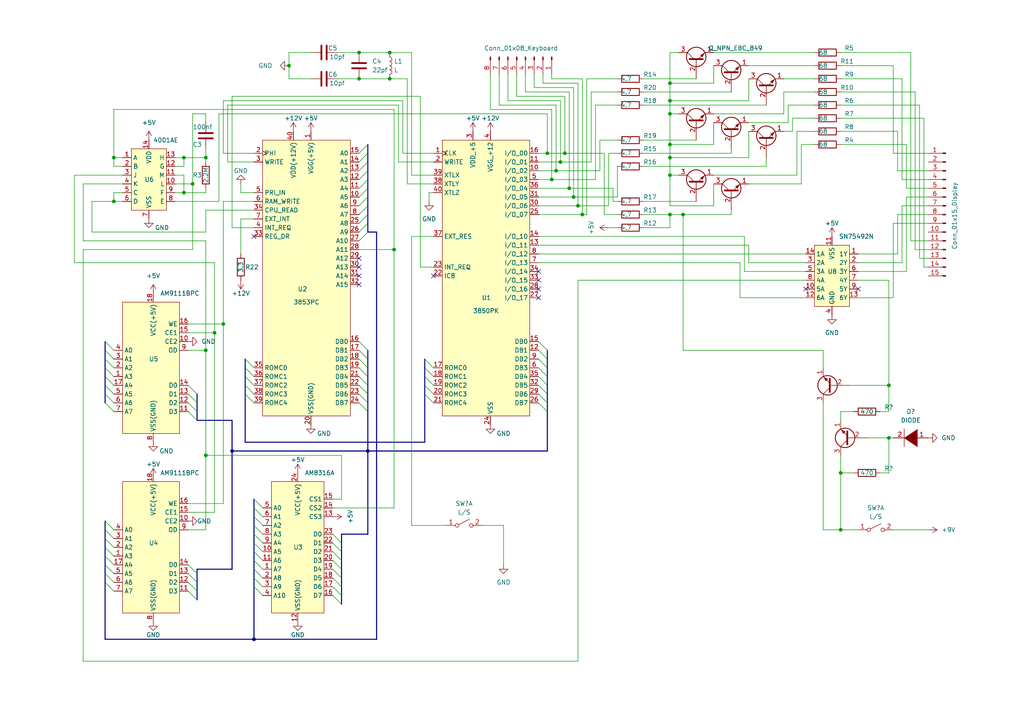
<source format=kicad_sch>
(kicad_sch (version 20211123) (generator eeschema)

  (uuid 06e454f5-6dcc-4139-b5cc-f512466d9b52)

  (paper "A4")

  (title_block
    (title "Chess Champion - Video Master")
    (date "2023-03-13")
    (rev "A")
  )

  

  (junction (at 73.66 185.42) (diameter 0) (color 0 0 0 0)
    (uuid 07629150-95e4-4c27-b380-ee5eb895c211)
  )
  (junction (at 113.03 15.24) (diameter 0) (color 0 0 0 0)
    (uuid 09993777-d5eb-47be-b54b-0f2db6846b84)
  )
  (junction (at 194.31 41.91) (diameter 0) (color 0 0 0 0)
    (uuid 18fa3553-cec5-4459-bf45-062f412d5675)
  )
  (junction (at 168.91 62.23) (diameter 0) (color 0 0 0 0)
    (uuid 24534b7c-62fa-4282-93cd-f4094e30ac30)
  )
  (junction (at 114.3 72.39) (diameter 0) (color 0 0 0 0)
    (uuid 353d6221-da81-4e3d-a1a7-c510ea7e22be)
  )
  (junction (at 113.03 22.86) (diameter 0) (color 0 0 0 0)
    (uuid 3eccc3f5-5eea-4a4f-a475-77d4b3c37b86)
  )
  (junction (at 64.77 93.98) (diameter 0) (color 0 0 0 0)
    (uuid 46c340dd-f3f1-4a39-a705-3bd13a73775d)
  )
  (junction (at 162.56 46.99) (diameter 0) (color 0 0 0 0)
    (uuid 4a270020-546a-4931-b759-90516420e407)
  )
  (junction (at 53.34 55.88) (diameter 0) (color 0 0 0 0)
    (uuid 4fd9b3a9-4310-4b49-9c91-c0827dabf236)
  )
  (junction (at 104.14 15.24) (diameter 0) (color 0 0 0 0)
    (uuid 5538de05-eace-4801-9657-9bbf8c9b670a)
  )
  (junction (at 59.69 132.08) (diameter 0) (color 0 0 0 0)
    (uuid 697cc4c1-2d85-4923-b743-79261ceca9f6)
  )
  (junction (at 194.31 50.8) (diameter 0) (color 0 0 0 0)
    (uuid 69c8b99a-1f9c-41d4-b5bb-d4fa52655d37)
  )
  (junction (at 83.82 19.05) (diameter 0) (color 0 0 0 0)
    (uuid 69f04146-b8a6-453e-a91a-7627e226e36e)
  )
  (junction (at 163.83 44.45) (diameter 0) (color 0 0 0 0)
    (uuid 7019efa5-28d1-4b9a-8043-22e0803294e7)
  )
  (junction (at 106.68 130.81) (diameter 0) (color 0 0 0 0)
    (uuid 7cb267be-fa06-4de3-bc0b-b407d572db6b)
  )
  (junction (at 67.31 130.81) (diameter 0) (color 0 0 0 0)
    (uuid 82a8e429-8e58-4d53-9f13-847724dcbbf5)
  )
  (junction (at 62.23 96.52) (diameter 0) (color 0 0 0 0)
    (uuid 87f75f5d-f58d-4923-98a0-65bf9527d425)
  )
  (junction (at 166.37 57.15) (diameter 0) (color 0 0 0 0)
    (uuid 913dda5a-aad6-4eb1-8dbb-b9b017b0905b)
  )
  (junction (at 257.81 127) (diameter 0) (color 0 0 0 0)
    (uuid 929b9535-17ee-4efe-92b7-a2944007c39f)
  )
  (junction (at 243.84 137.16) (diameter 0) (color 0 0 0 0)
    (uuid 93e13679-0c49-43de-9953-70f4b7a57fbc)
  )
  (junction (at 55.88 53.34) (diameter 0) (color 0 0 0 0)
    (uuid 94342654-aa2e-4a39-a27a-a93a4ed518e0)
  )
  (junction (at 161.29 49.53) (diameter 0) (color 0 0 0 0)
    (uuid 9f2568d5-063f-4447-8ee2-1820c2929c89)
  )
  (junction (at 59.69 45.72) (diameter 0) (color 0 0 0 0)
    (uuid a31f5c9f-02ed-47c3-a22f-16f49825a55a)
  )
  (junction (at 167.64 59.69) (diameter 0) (color 0 0 0 0)
    (uuid a6c72f41-dddb-4492-b4e4-c5f692fd35a6)
  )
  (junction (at 194.31 29.21) (diameter 0) (color 0 0 0 0)
    (uuid a77e70fb-34e8-4832-832a-129d28a51bd8)
  )
  (junction (at 33.02 58.42) (diameter 0) (color 0 0 0 0)
    (uuid ae639c0d-ae37-4c21-a77d-59224ef69dee)
  )
  (junction (at 165.1 54.61) (diameter 0) (color 0 0 0 0)
    (uuid af3bf885-fed6-44ba-9f4a-47ea048a96f3)
  )
  (junction (at 53.34 45.72) (diameter 0) (color 0 0 0 0)
    (uuid b2707804-58ed-41ae-8d17-7f5c013120bd)
  )
  (junction (at 158.75 44.45) (diameter 0) (color 0 0 0 0)
    (uuid b69f2116-815c-4cb7-822c-925d6245c268)
  )
  (junction (at 194.31 62.23) (diameter 0) (color 0 0 0 0)
    (uuid b6dc0315-bcf1-4bca-90c0-41648f579879)
  )
  (junction (at 33.02 45.72) (diameter 0) (color 0 0 0 0)
    (uuid cd37d25c-742f-4f10-8ce9-7c0ecd82d717)
  )
  (junction (at 59.69 101.6) (diameter 0) (color 0 0 0 0)
    (uuid cd737596-ec65-4c37-a782-1f9863c0eafd)
  )
  (junction (at 194.31 45.72) (diameter 0) (color 0 0 0 0)
    (uuid d9dd717f-32bc-4510-9f1a-f36573870c6e)
  )
  (junction (at 194.31 33.02) (diameter 0) (color 0 0 0 0)
    (uuid da208426-f3ce-4e45-b968-69998bdd85a2)
  )
  (junction (at 257.81 111.76) (diameter 0) (color 0 0 0 0)
    (uuid de004b58-aa27-42ac-929f-a7eaf45b44c8)
  )
  (junction (at 194.31 24.13) (diameter 0) (color 0 0 0 0)
    (uuid e7da3e32-4755-4066-8099-7b2a82df2696)
  )
  (junction (at 198.12 62.23) (diameter 0) (color 0 0 0 0)
    (uuid e820e972-f9a1-430d-9f27-d704844603be)
  )
  (junction (at 243.84 153.67) (diameter 0) (color 0 0 0 0)
    (uuid f4baef39-43e4-43f6-a756-6883e5d5705f)
  )
  (junction (at 160.02 52.07) (diameter 0) (color 0 0 0 0)
    (uuid fae05b09-fc76-4a20-b75f-b1e7266986da)
  )
  (junction (at 104.14 22.86) (diameter 0) (color 0 0 0 0)
    (uuid fb48a57b-aefb-4bf8-ac4e-4ac9a3701984)
  )

  (no_connect (at 104.14 74.93) (uuid 1e0a4124-6906-4f38-96d6-9de1fc0f897d))
  (no_connect (at 104.14 77.47) (uuid 1e0a4124-6906-4f38-96d6-9de1fc0f897e))
  (no_connect (at 104.14 80.01) (uuid 1e0a4124-6906-4f38-96d6-9de1fc0f897f))
  (no_connect (at 104.14 82.55) (uuid 1e0a4124-6906-4f38-96d6-9de1fc0f8980))
  (no_connect (at 156.21 78.74) (uuid 9f41c213-168e-48e9-9737-3f8f4a2cf9ad))
  (no_connect (at 125.73 80.01) (uuid 9f41c213-168e-48e9-9737-3f8f4a2cf9ae))
  (no_connect (at 156.21 86.36) (uuid 9f41c213-168e-48e9-9737-3f8f4a2cf9af))
  (no_connect (at 156.21 83.82) (uuid 9f41c213-168e-48e9-9737-3f8f4a2cf9b0))
  (no_connect (at 156.21 81.28) (uuid 9f41c213-168e-48e9-9737-3f8f4a2cf9b1))
  (no_connect (at 248.92 83.82) (uuid 9f41c213-168e-48e9-9737-3f8f4a2cf9b2))
  (no_connect (at 233.68 83.82) (uuid 9f41c213-168e-48e9-9737-3f8f4a2cf9b3))
  (no_connect (at 73.66 68.58) (uuid bef686b4-8362-4a02-9938-e8937a201df2))

  (bus_entry (at 30.48 114.3) (size 2.54 2.54)
    (stroke (width 0) (type default) (color 0 0 0 0))
    (uuid 04314433-3b22-4eee-94a4-cb9270856e8f)
  )
  (bus_entry (at 30.48 116.84) (size 2.54 2.54)
    (stroke (width 0) (type default) (color 0 0 0 0))
    (uuid 04314433-3b22-4eee-94a4-cb9270856e90)
  )
  (bus_entry (at 30.48 168.91) (size 2.54 2.54)
    (stroke (width 0) (type default) (color 0 0 0 0))
    (uuid 04314433-3b22-4eee-94a4-cb9270856e91)
  )
  (bus_entry (at 30.48 151.13) (size 2.54 2.54)
    (stroke (width 0) (type default) (color 0 0 0 0))
    (uuid 04314433-3b22-4eee-94a4-cb9270856e92)
  )
  (bus_entry (at 30.48 153.67) (size 2.54 2.54)
    (stroke (width 0) (type default) (color 0 0 0 0))
    (uuid 04314433-3b22-4eee-94a4-cb9270856e93)
  )
  (bus_entry (at 30.48 166.37) (size 2.54 2.54)
    (stroke (width 0) (type default) (color 0 0 0 0))
    (uuid 04314433-3b22-4eee-94a4-cb9270856e94)
  )
  (bus_entry (at 30.48 156.21) (size 2.54 2.54)
    (stroke (width 0) (type default) (color 0 0 0 0))
    (uuid 04314433-3b22-4eee-94a4-cb9270856e95)
  )
  (bus_entry (at 30.48 163.83) (size 2.54 2.54)
    (stroke (width 0) (type default) (color 0 0 0 0))
    (uuid 04314433-3b22-4eee-94a4-cb9270856e96)
  )
  (bus_entry (at 30.48 158.75) (size 2.54 2.54)
    (stroke (width 0) (type default) (color 0 0 0 0))
    (uuid 04314433-3b22-4eee-94a4-cb9270856e97)
  )
  (bus_entry (at 30.48 161.29) (size 2.54 2.54)
    (stroke (width 0) (type default) (color 0 0 0 0))
    (uuid 04314433-3b22-4eee-94a4-cb9270856e98)
  )
  (bus_entry (at 30.48 99.06) (size 2.54 2.54)
    (stroke (width 0) (type default) (color 0 0 0 0))
    (uuid 04314433-3b22-4eee-94a4-cb9270856e99)
  )
  (bus_entry (at 30.48 101.6) (size 2.54 2.54)
    (stroke (width 0) (type default) (color 0 0 0 0))
    (uuid 04314433-3b22-4eee-94a4-cb9270856e9a)
  )
  (bus_entry (at 73.66 152.4) (size 2.54 2.54)
    (stroke (width 0) (type default) (color 0 0 0 0))
    (uuid 04314433-3b22-4eee-94a4-cb9270856e9b)
  )
  (bus_entry (at 73.66 154.94) (size 2.54 2.54)
    (stroke (width 0) (type default) (color 0 0 0 0))
    (uuid 04314433-3b22-4eee-94a4-cb9270856e9c)
  )
  (bus_entry (at 73.66 157.48) (size 2.54 2.54)
    (stroke (width 0) (type default) (color 0 0 0 0))
    (uuid 04314433-3b22-4eee-94a4-cb9270856e9d)
  )
  (bus_entry (at 73.66 160.02) (size 2.54 2.54)
    (stroke (width 0) (type default) (color 0 0 0 0))
    (uuid 04314433-3b22-4eee-94a4-cb9270856e9e)
  )
  (bus_entry (at 73.66 162.56) (size 2.54 2.54)
    (stroke (width 0) (type default) (color 0 0 0 0))
    (uuid 04314433-3b22-4eee-94a4-cb9270856e9f)
  )
  (bus_entry (at 73.66 144.78) (size 2.54 2.54)
    (stroke (width 0) (type default) (color 0 0 0 0))
    (uuid 04314433-3b22-4eee-94a4-cb9270856ea0)
  )
  (bus_entry (at 73.66 147.32) (size 2.54 2.54)
    (stroke (width 0) (type default) (color 0 0 0 0))
    (uuid 04314433-3b22-4eee-94a4-cb9270856ea1)
  )
  (bus_entry (at 73.66 149.86) (size 2.54 2.54)
    (stroke (width 0) (type default) (color 0 0 0 0))
    (uuid 04314433-3b22-4eee-94a4-cb9270856ea2)
  )
  (bus_entry (at 73.66 165.1) (size 2.54 2.54)
    (stroke (width 0) (type default) (color 0 0 0 0))
    (uuid 04314433-3b22-4eee-94a4-cb9270856ea3)
  )
  (bus_entry (at 73.66 167.64) (size 2.54 2.54)
    (stroke (width 0) (type default) (color 0 0 0 0))
    (uuid 04314433-3b22-4eee-94a4-cb9270856ea4)
  )
  (bus_entry (at 73.66 170.18) (size 2.54 2.54)
    (stroke (width 0) (type default) (color 0 0 0 0))
    (uuid 04314433-3b22-4eee-94a4-cb9270856ea5)
  )
  (bus_entry (at 30.48 111.76) (size 2.54 2.54)
    (stroke (width 0) (type default) (color 0 0 0 0))
    (uuid 04314433-3b22-4eee-94a4-cb9270856ea6)
  )
  (bus_entry (at 30.48 109.22) (size 2.54 2.54)
    (stroke (width 0) (type default) (color 0 0 0 0))
    (uuid 04314433-3b22-4eee-94a4-cb9270856ea7)
  )
  (bus_entry (at 30.48 106.68) (size 2.54 2.54)
    (stroke (width 0) (type default) (color 0 0 0 0))
    (uuid 04314433-3b22-4eee-94a4-cb9270856ea8)
  )
  (bus_entry (at 30.48 104.14) (size 2.54 2.54)
    (stroke (width 0) (type default) (color 0 0 0 0))
    (uuid 04314433-3b22-4eee-94a4-cb9270856ea9)
  )
  (bus_entry (at 104.14 69.85) (size 2.54 -2.54)
    (stroke (width 0) (type default) (color 0 0 0 0))
    (uuid 0b83dbd4-08bc-461e-9daa-6ad825f94ef0)
  )
  (bus_entry (at 104.14 67.31) (size 2.54 -2.54)
    (stroke (width 0) (type default) (color 0 0 0 0))
    (uuid 143d2bb7-dcfd-400b-b00b-b9eff5e19be3)
  )
  (bus_entry (at 104.14 54.61) (size 2.54 -2.54)
    (stroke (width 0) (type default) (color 0 0 0 0))
    (uuid 21c45c0d-87fb-48b6-9438-108735d02f95)
  )
  (bus_entry (at 104.14 52.07) (size 2.54 -2.54)
    (stroke (width 0) (type default) (color 0 0 0 0))
    (uuid 266e2f99-0093-4682-9bf8-6d843d644adf)
  )
  (bus_entry (at 123.19 106.68) (size 2.54 2.54)
    (stroke (width 0) (type default) (color 0 0 0 0))
    (uuid 5254ac50-a05d-4c3c-b148-98b0da9aa176)
  )
  (bus_entry (at 123.19 109.22) (size 2.54 2.54)
    (stroke (width 0) (type default) (color 0 0 0 0))
    (uuid 5254ac50-a05d-4c3c-b148-98b0da9aa177)
  )
  (bus_entry (at 123.19 111.76) (size 2.54 2.54)
    (stroke (width 0) (type default) (color 0 0 0 0))
    (uuid 5254ac50-a05d-4c3c-b148-98b0da9aa178)
  )
  (bus_entry (at 123.19 114.3) (size 2.54 2.54)
    (stroke (width 0) (type default) (color 0 0 0 0))
    (uuid 5254ac50-a05d-4c3c-b148-98b0da9aa179)
  )
  (bus_entry (at 123.19 104.14) (size 2.54 2.54)
    (stroke (width 0) (type default) (color 0 0 0 0))
    (uuid 5254ac50-a05d-4c3c-b148-98b0da9aa17a)
  )
  (bus_entry (at 71.12 111.76) (size 2.54 2.54)
    (stroke (width 0) (type default) (color 0 0 0 0))
    (uuid 54f77d44-625f-4c26-8dbb-c457116f6325)
  )
  (bus_entry (at 71.12 114.3) (size 2.54 2.54)
    (stroke (width 0) (type default) (color 0 0 0 0))
    (uuid 54f77d44-625f-4c26-8dbb-c457116f6326)
  )
  (bus_entry (at 71.12 109.22) (size 2.54 2.54)
    (stroke (width 0) (type default) (color 0 0 0 0))
    (uuid 54f77d44-625f-4c26-8dbb-c457116f6327)
  )
  (bus_entry (at 71.12 104.14) (size 2.54 2.54)
    (stroke (width 0) (type default) (color 0 0 0 0))
    (uuid 54f77d44-625f-4c26-8dbb-c457116f6328)
  )
  (bus_entry (at 71.12 106.68) (size 2.54 2.54)
    (stroke (width 0) (type default) (color 0 0 0 0))
    (uuid 54f77d44-625f-4c26-8dbb-c457116f6329)
  )
  (bus_entry (at 104.14 101.6) (size 2.54 2.54)
    (stroke (width 0) (type default) (color 0 0 0 0))
    (uuid 55c4fa35-fd36-43a7-ad9a-b524a99a2575)
  )
  (bus_entry (at 104.14 104.14) (size 2.54 2.54)
    (stroke (width 0) (type default) (color 0 0 0 0))
    (uuid 55c4fa35-fd36-43a7-ad9a-b524a99a2576)
  )
  (bus_entry (at 104.14 99.06) (size 2.54 2.54)
    (stroke (width 0) (type default) (color 0 0 0 0))
    (uuid 55c4fa35-fd36-43a7-ad9a-b524a99a2577)
  )
  (bus_entry (at 104.14 106.68) (size 2.54 2.54)
    (stroke (width 0) (type default) (color 0 0 0 0))
    (uuid 55c4fa35-fd36-43a7-ad9a-b524a99a2578)
  )
  (bus_entry (at 104.14 109.22) (size 2.54 2.54)
    (stroke (width 0) (type default) (color 0 0 0 0))
    (uuid 55c4fa35-fd36-43a7-ad9a-b524a99a2579)
  )
  (bus_entry (at 104.14 111.76) (size 2.54 2.54)
    (stroke (width 0) (type default) (color 0 0 0 0))
    (uuid 55c4fa35-fd36-43a7-ad9a-b524a99a257a)
  )
  (bus_entry (at 104.14 114.3) (size 2.54 2.54)
    (stroke (width 0) (type default) (color 0 0 0 0))
    (uuid 55c4fa35-fd36-43a7-ad9a-b524a99a257b)
  )
  (bus_entry (at 96.52 154.94) (size 2.54 2.54)
    (stroke (width 0) (type default) (color 0 0 0 0))
    (uuid 55c4fa35-fd36-43a7-ad9a-b524a99a257c)
  )
  (bus_entry (at 96.52 157.48) (size 2.54 2.54)
    (stroke (width 0) (type default) (color 0 0 0 0))
    (uuid 55c4fa35-fd36-43a7-ad9a-b524a99a257d)
  )
  (bus_entry (at 96.52 160.02) (size 2.54 2.54)
    (stroke (width 0) (type default) (color 0 0 0 0))
    (uuid 55c4fa35-fd36-43a7-ad9a-b524a99a257e)
  )
  (bus_entry (at 96.52 162.56) (size 2.54 2.54)
    (stroke (width 0) (type default) (color 0 0 0 0))
    (uuid 55c4fa35-fd36-43a7-ad9a-b524a99a257f)
  )
  (bus_entry (at 96.52 170.18) (size 2.54 2.54)
    (stroke (width 0) (type default) (color 0 0 0 0))
    (uuid 55c4fa35-fd36-43a7-ad9a-b524a99a2580)
  )
  (bus_entry (at 96.52 165.1) (size 2.54 2.54)
    (stroke (width 0) (type default) (color 0 0 0 0))
    (uuid 55c4fa35-fd36-43a7-ad9a-b524a99a2581)
  )
  (bus_entry (at 96.52 167.64) (size 2.54 2.54)
    (stroke (width 0) (type default) (color 0 0 0 0))
    (uuid 55c4fa35-fd36-43a7-ad9a-b524a99a2582)
  )
  (bus_entry (at 104.14 116.84) (size 2.54 2.54)
    (stroke (width 0) (type default) (color 0 0 0 0))
    (uuid 55c4fa35-fd36-43a7-ad9a-b524a99a2583)
  )
  (bus_entry (at 96.52 172.72) (size 2.54 2.54)
    (stroke (width 0) (type default) (color 0 0 0 0))
    (uuid 55c4fa35-fd36-43a7-ad9a-b524a99a2584)
  )
  (bus_entry (at 104.14 64.77) (size 2.54 -2.54)
    (stroke (width 0) (type default) (color 0 0 0 0))
    (uuid 5f0d29c8-a00e-4aac-83de-e8883043f598)
  )
  (bus_entry (at 104.14 62.23) (size 2.54 -2.54)
    (stroke (width 0) (type default) (color 0 0 0 0))
    (uuid 7989e83f-512b-4a4e-87a1-c03c9bf8d27b)
  )
  (bus_entry (at 104.14 49.53) (size 2.54 -2.54)
    (stroke (width 0) (type default) (color 0 0 0 0))
    (uuid 7b103869-c7e0-4963-8974-68852d954546)
  )
  (bus_entry (at 54.61 163.83) (size 2.54 2.54)
    (stroke (width 0) (type default) (color 0 0 0 0))
    (uuid 92e54253-53d1-44c4-a7c9-5372a48f35bb)
  )
  (bus_entry (at 54.61 166.37) (size 2.54 2.54)
    (stroke (width 0) (type default) (color 0 0 0 0))
    (uuid 92e54253-53d1-44c4-a7c9-5372a48f35bc)
  )
  (bus_entry (at 54.61 168.91) (size 2.54 2.54)
    (stroke (width 0) (type default) (color 0 0 0 0))
    (uuid 92e54253-53d1-44c4-a7c9-5372a48f35bd)
  )
  (bus_entry (at 54.61 171.45) (size 2.54 2.54)
    (stroke (width 0) (type default) (color 0 0 0 0))
    (uuid 92e54253-53d1-44c4-a7c9-5372a48f35be)
  )
  (bus_entry (at 54.61 111.76) (size 2.54 2.54)
    (stroke (width 0) (type default) (color 0 0 0 0))
    (uuid 92e54253-53d1-44c4-a7c9-5372a48f35bf)
  )
  (bus_entry (at 54.61 114.3) (size 2.54 2.54)
    (stroke (width 0) (type default) (color 0 0 0 0))
    (uuid 92e54253-53d1-44c4-a7c9-5372a48f35c0)
  )
  (bus_entry (at 54.61 116.84) (size 2.54 2.54)
    (stroke (width 0) (type default) (color 0 0 0 0))
    (uuid 92e54253-53d1-44c4-a7c9-5372a48f35c1)
  )
  (bus_entry (at 54.61 119.38) (size 2.54 2.54)
    (stroke (width 0) (type default) (color 0 0 0 0))
    (uuid 92e54253-53d1-44c4-a7c9-5372a48f35c2)
  )
  (bus_entry (at 104.14 46.99) (size 2.54 -2.54)
    (stroke (width 0) (type default) (color 0 0 0 0))
    (uuid 93e0c653-4e9a-402d-a5b7-8dade8ef3bed)
  )
  (bus_entry (at 104.14 44.45) (size 2.54 -2.54)
    (stroke (width 0) (type default) (color 0 0 0 0))
    (uuid 9e544a34-730a-4de5-bc3e-68172d6e08a5)
  )
  (bus_entry (at 104.14 57.15) (size 2.54 -2.54)
    (stroke (width 0) (type default) (color 0 0 0 0))
    (uuid cb15fa34-45cb-486f-b8d0-632605353143)
  )
  (bus_entry (at 156.21 99.06) (size 2.54 2.54)
    (stroke (width 0) (type default) (color 0 0 0 0))
    (uuid ce985376-b6a4-4ce8-8db2-682852d395a7)
  )
  (bus_entry (at 156.21 101.6) (size 2.54 2.54)
    (stroke (width 0) (type default) (color 0 0 0 0))
    (uuid ce985376-b6a4-4ce8-8db2-682852d395a8)
  )
  (bus_entry (at 156.21 104.14) (size 2.54 2.54)
    (stroke (width 0) (type default) (color 0 0 0 0))
    (uuid ce985376-b6a4-4ce8-8db2-682852d395a9)
  )
  (bus_entry (at 156.21 106.68) (size 2.54 2.54)
    (stroke (width 0) (type default) (color 0 0 0 0))
    (uuid ce985376-b6a4-4ce8-8db2-682852d395aa)
  )
  (bus_entry (at 156.21 109.22) (size 2.54 2.54)
    (stroke (width 0) (type default) (color 0 0 0 0))
    (uuid ce985376-b6a4-4ce8-8db2-682852d395ab)
  )
  (bus_entry (at 156.21 111.76) (size 2.54 2.54)
    (stroke (width 0) (type default) (color 0 0 0 0))
    (uuid ce985376-b6a4-4ce8-8db2-682852d395ac)
  )
  (bus_entry (at 156.21 114.3) (size 2.54 2.54)
    (stroke (width 0) (type default) (color 0 0 0 0))
    (uuid ce985376-b6a4-4ce8-8db2-682852d395ad)
  )
  (bus_entry (at 156.21 116.84) (size 2.54 2.54)
    (stroke (width 0) (type default) (color 0 0 0 0))
    (uuid ce985376-b6a4-4ce8-8db2-682852d395ae)
  )
  (bus_entry (at 104.14 59.69) (size 2.54 -2.54)
    (stroke (width 0) (type default) (color 0 0 0 0))
    (uuid d4fec9c5-8b82-4f79-a4df-cb0058f1681a)
  )

  (wire (pts (xy 154.94 25.4) (xy 166.37 25.4))
    (stroke (width 0) (type default) (color 0 0 0 0))
    (uuid 0009484b-24ab-4fdd-89bf-fa4c74adcefe)
  )
  (bus (pts (xy 106.68 44.45) (xy 106.68 46.99))
    (stroke (width 0) (type default) (color 0 0 0 0))
    (uuid 008d6d7b-2a90-42b1-87ab-5b40aca90fa2)
  )

  (wire (pts (xy 194.31 45.72) (xy 194.31 50.8))
    (stroke (width 0) (type default) (color 0 0 0 0))
    (uuid 00fec4a9-5edf-4d7d-8b78-384a761feac2)
  )
  (wire (pts (xy 215.9 78.74) (xy 233.68 78.74))
    (stroke (width 0) (type default) (color 0 0 0 0))
    (uuid 0106871c-35c4-47d9-b240-9393678ec66e)
  )
  (wire (pts (xy 176.53 44.45) (xy 176.53 59.69))
    (stroke (width 0) (type default) (color 0 0 0 0))
    (uuid 0220a3f6-3a86-487f-b967-4d1d56bb8a3c)
  )
  (wire (pts (xy 162.56 46.99) (xy 156.21 46.99))
    (stroke (width 0) (type default) (color 0 0 0 0))
    (uuid 023140cc-714e-4046-9775-6ed4c76b7908)
  )
  (wire (pts (xy 179.07 58.42) (xy 177.8 58.42))
    (stroke (width 0) (type default) (color 0 0 0 0))
    (uuid 02336c6d-253a-4625-ba46-09d73da4bf67)
  )
  (bus (pts (xy 30.48 109.22) (xy 30.48 111.76))
    (stroke (width 0) (type default) (color 0 0 0 0))
    (uuid 0234d0ec-429b-4baf-97dc-d9e8fcaef919)
  )

  (wire (pts (xy 158.75 44.45) (xy 163.83 44.45))
    (stroke (width 0) (type default) (color 0 0 0 0))
    (uuid 024bf7b4-9fa6-4a2d-9bb1-4302856b99a3)
  )
  (wire (pts (xy 21.59 76.2) (xy 62.23 76.2))
    (stroke (width 0) (type default) (color 0 0 0 0))
    (uuid 031ed048-a276-4188-9252-58b6f5acda11)
  )
  (bus (pts (xy 106.68 130.81) (xy 158.75 130.81))
    (stroke (width 0) (type default) (color 0 0 0 0))
    (uuid 04372d48-4913-4898-a741-6e01bdf92e1f)
  )
  (bus (pts (xy 123.19 114.3) (xy 123.19 128.27))
    (stroke (width 0) (type default) (color 0 0 0 0))
    (uuid 05b02cd4-2ccb-427f-bc09-fe6bc72aef36)
  )

  (wire (pts (xy 69.85 63.5) (xy 69.85 73.66))
    (stroke (width 0) (type default) (color 0 0 0 0))
    (uuid 0659ed33-78ef-4184-a70b-bca8372f0c24)
  )
  (wire (pts (xy 142.24 21.59) (xy 142.24 31.75))
    (stroke (width 0) (type default) (color 0 0 0 0))
    (uuid 07913d15-e139-4985-a39f-fe5bd09ecb30)
  )
  (wire (pts (xy 125.73 53.34) (xy 118.11 53.34))
    (stroke (width 0) (type default) (color 0 0 0 0))
    (uuid 085c2893-fec5-4629-84cb-744a01b248ce)
  )
  (wire (pts (xy 125.73 44.45) (xy 116.84 44.45))
    (stroke (width 0) (type default) (color 0 0 0 0))
    (uuid 08637a45-5298-4632-9e43-bfd85f41727a)
  )
  (wire (pts (xy 121.92 27.94) (xy 121.92 77.47))
    (stroke (width 0) (type default) (color 0 0 0 0))
    (uuid 08ddd858-a7f3-4d50-a1ed-6d5ff77533a2)
  )
  (wire (pts (xy 59.69 43.18) (xy 59.69 45.72))
    (stroke (width 0) (type default) (color 0 0 0 0))
    (uuid 091940bc-be99-4c0f-b255-8352bafd5342)
  )
  (wire (pts (xy 26.67 67.31) (xy 26.67 58.42))
    (stroke (width 0) (type default) (color 0 0 0 0))
    (uuid 0968d47d-abe8-46b5-a1ea-60bb00385c87)
  )
  (wire (pts (xy 260.35 49.53) (xy 269.24 49.53))
    (stroke (width 0) (type default) (color 0 0 0 0))
    (uuid 0ad61a06-dbe6-43b8-b168-61a82d720915)
  )
  (wire (pts (xy 194.31 50.8) (xy 196.85 50.8))
    (stroke (width 0) (type default) (color 0 0 0 0))
    (uuid 0b89d310-43f9-447c-a930-cc41250a3681)
  )
  (wire (pts (xy 119.38 50.8) (xy 119.38 15.24))
    (stroke (width 0) (type default) (color 0 0 0 0))
    (uuid 0ba4d267-7d1e-4b05-943e-2a7a243ac5fe)
  )
  (wire (pts (xy 59.69 45.72) (xy 53.34 45.72))
    (stroke (width 0) (type default) (color 0 0 0 0))
    (uuid 0bd66001-d0df-4661-a49f-679ad783aede)
  )
  (wire (pts (xy 259.08 86.36) (xy 259.08 64.77))
    (stroke (width 0) (type default) (color 0 0 0 0))
    (uuid 0bddffc0-562e-4403-bf8b-2fb1ed1f934c)
  )
  (bus (pts (xy 106.68 41.91) (xy 106.68 44.45))
    (stroke (width 0) (type default) (color 0 0 0 0))
    (uuid 0be71c88-4f11-4188-aa66-b4f49919b063)
  )

  (wire (pts (xy 233.68 81.28) (xy 167.64 81.28))
    (stroke (width 0) (type default) (color 0 0 0 0))
    (uuid 0dd2181f-26b0-4ca5-9912-e371c5cded23)
  )
  (wire (pts (xy 238.76 101.6) (xy 198.12 101.6))
    (stroke (width 0) (type default) (color 0 0 0 0))
    (uuid 0de4ce36-d5de-4654-aabc-5887c91d434a)
  )
  (wire (pts (xy 96.52 144.78) (xy 99.06 144.78))
    (stroke (width 0) (type default) (color 0 0 0 0))
    (uuid 0e83d50c-baae-4aeb-9862-43f94dfa365a)
  )
  (wire (pts (xy 35.56 48.26) (xy 33.02 48.26))
    (stroke (width 0) (type default) (color 0 0 0 0))
    (uuid 0ee60994-ddc2-4de0-b000-355a52452402)
  )
  (wire (pts (xy 24.13 53.34) (xy 24.13 69.85))
    (stroke (width 0) (type default) (color 0 0 0 0))
    (uuid 0f1f5da0-77e7-4d8f-9f8a-b35bc024965d)
  )
  (bus (pts (xy 30.48 114.3) (xy 30.48 116.84))
    (stroke (width 0) (type default) (color 0 0 0 0))
    (uuid 0fc66afd-47fb-4246-8c40-5cf3b45ff982)
  )

  (wire (pts (xy 179.07 30.48) (xy 172.72 30.48))
    (stroke (width 0) (type default) (color 0 0 0 0))
    (uuid 0fef898d-fb89-40fb-a9ef-87f7cc3777da)
  )
  (bus (pts (xy 158.75 116.84) (xy 158.75 119.38))
    (stroke (width 0) (type default) (color 0 0 0 0))
    (uuid 108c4cbf-583e-458f-b670-7858fbfcc368)
  )
  (bus (pts (xy 73.66 167.64) (xy 73.66 170.18))
    (stroke (width 0) (type default) (color 0 0 0 0))
    (uuid 10fc3642-9665-4fe9-aef7-556ff31878f3)
  )
  (bus (pts (xy 30.48 104.14) (xy 30.48 106.68))
    (stroke (width 0) (type default) (color 0 0 0 0))
    (uuid 116d4e81-c533-4c63-9d1c-8a39148970a9)
  )

  (wire (pts (xy 121.92 77.47) (xy 125.73 77.47))
    (stroke (width 0) (type default) (color 0 0 0 0))
    (uuid 11dcbf4e-cd78-4e9e-a113-ba99708752ed)
  )
  (wire (pts (xy 54.61 148.59) (xy 62.23 148.59))
    (stroke (width 0) (type default) (color 0 0 0 0))
    (uuid 1204d3c3-ceeb-4abd-8e9b-9f83a4402654)
  )
  (wire (pts (xy 160.02 31.75) (xy 160.02 52.07))
    (stroke (width 0) (type default) (color 0 0 0 0))
    (uuid 13f3b0b3-f8d6-454a-a0db-b0dfe8416e7d)
  )
  (wire (pts (xy 156.21 73.66) (xy 233.68 73.66))
    (stroke (width 0) (type default) (color 0 0 0 0))
    (uuid 143fff92-993b-45f9-ac83-3bfefaab387e)
  )
  (wire (pts (xy 194.31 29.21) (xy 194.31 33.02))
    (stroke (width 0) (type default) (color 0 0 0 0))
    (uuid 153d1bff-4e72-4ea7-b785-f26e692ab111)
  )
  (bus (pts (xy 30.48 166.37) (xy 30.48 168.91))
    (stroke (width 0) (type default) (color 0 0 0 0))
    (uuid 1689c5c1-b2d8-4877-9057-73c5fd292a03)
  )
  (bus (pts (xy 73.66 160.02) (xy 73.66 162.56))
    (stroke (width 0) (type default) (color 0 0 0 0))
    (uuid 16b06218-d89c-4525-9510-a5512882c141)
  )

  (wire (pts (xy 165.1 26.67) (xy 165.1 54.61))
    (stroke (width 0) (type default) (color 0 0 0 0))
    (uuid 1921047f-8c5f-45c1-97af-1fef394c3734)
  )
  (wire (pts (xy 248.92 78.74) (xy 262.89 78.74))
    (stroke (width 0) (type default) (color 0 0 0 0))
    (uuid 194281ca-5a82-4925-bef0-50e02f0f612c)
  )
  (wire (pts (xy 186.69 40.64) (xy 201.93 40.64))
    (stroke (width 0) (type default) (color 0 0 0 0))
    (uuid 1a855e9a-ed82-4c6e-ba38-65afe7454afb)
  )
  (wire (pts (xy 53.34 48.26) (xy 53.34 45.72))
    (stroke (width 0) (type default) (color 0 0 0 0))
    (uuid 1aa0fbb0-844c-406a-90a1-aefb836c9b23)
  )
  (wire (pts (xy 59.69 33.02) (xy 55.88 33.02))
    (stroke (width 0) (type default) (color 0 0 0 0))
    (uuid 1b79656e-2f91-46c2-9cde-3c4a28b6bbb8)
  )
  (bus (pts (xy 106.68 46.99) (xy 106.68 49.53))
    (stroke (width 0) (type default) (color 0 0 0 0))
    (uuid 1d9e1db1-41f3-463e-9a8e-6bebc6b0391b)
  )

  (wire (pts (xy 243.84 38.1) (xy 260.35 38.1))
    (stroke (width 0) (type default) (color 0 0 0 0))
    (uuid 1e440e3d-6de7-4a31-b4ea-028d762a14c6)
  )
  (bus (pts (xy 106.68 104.14) (xy 106.68 106.68))
    (stroke (width 0) (type default) (color 0 0 0 0))
    (uuid 1f7291c8-a1ce-4d40-b91a-9d03b2af0897)
  )

  (wire (pts (xy 233.68 86.36) (xy 214.63 86.36))
    (stroke (width 0) (type default) (color 0 0 0 0))
    (uuid 21a87512-63c9-41db-9e59-1d2f8d2f7017)
  )
  (wire (pts (xy 125.73 50.8) (xy 119.38 50.8))
    (stroke (width 0) (type default) (color 0 0 0 0))
    (uuid 21c7927b-1221-4312-b490-2229b6c90f9a)
  )
  (wire (pts (xy 194.31 24.13) (xy 194.31 29.21))
    (stroke (width 0) (type default) (color 0 0 0 0))
    (uuid 23bb1a41-fee0-4260-b12c-51db3be68093)
  )
  (wire (pts (xy 161.29 49.53) (xy 173.99 49.53))
    (stroke (width 0) (type default) (color 0 0 0 0))
    (uuid 242af8ad-6ebd-479d-930c-730175c737cb)
  )
  (wire (pts (xy 54.61 93.98) (xy 64.77 93.98))
    (stroke (width 0) (type default) (color 0 0 0 0))
    (uuid 245ad731-e5f9-4805-b10e-4be5f3625bb8)
  )
  (wire (pts (xy 119.38 152.4) (xy 129.54 152.4))
    (stroke (width 0) (type default) (color 0 0 0 0))
    (uuid 251fee26-0fcf-4463-af9a-5166811a759c)
  )
  (wire (pts (xy 167.64 191.77) (xy 24.13 191.77))
    (stroke (width 0) (type default) (color 0 0 0 0))
    (uuid 25fe7d81-d998-45e8-967f-c827585563b7)
  )
  (wire (pts (xy 50.8 53.34) (xy 55.88 53.34))
    (stroke (width 0) (type default) (color 0 0 0 0))
    (uuid 272a13ea-17c0-4931-9233-88659ad6b43f)
  )
  (bus (pts (xy 106.68 52.07) (xy 106.68 54.61))
    (stroke (width 0) (type default) (color 0 0 0 0))
    (uuid 280ab2b4-655c-48cb-b8e3-6cfba742cec0)
  )

  (wire (pts (xy 259.08 153.67) (xy 269.24 153.67))
    (stroke (width 0) (type default) (color 0 0 0 0))
    (uuid 28186907-12ec-4a94-b27f-cd1c80cf46eb)
  )
  (wire (pts (xy 90.17 22.86) (xy 83.82 22.86))
    (stroke (width 0) (type default) (color 0 0 0 0))
    (uuid 283cbebf-5f6c-43e5-be2b-8a2ef2d86423)
  )
  (wire (pts (xy 35.56 50.8) (xy 21.59 50.8))
    (stroke (width 0) (type default) (color 0 0 0 0))
    (uuid 285e8efa-3ac1-4653-b26f-fafc67d81a0b)
  )
  (bus (pts (xy 106.68 62.23) (xy 106.68 64.77))
    (stroke (width 0) (type default) (color 0 0 0 0))
    (uuid 28fa523b-95d2-4528-ba2f-2cbcd9b25945)
  )

  (wire (pts (xy 149.86 27.94) (xy 163.83 27.94))
    (stroke (width 0) (type default) (color 0 0 0 0))
    (uuid 29b51278-acf0-4d00-88a3-5162c7ebf2bd)
  )
  (wire (pts (xy 63.5 58.42) (xy 63.5 33.02))
    (stroke (width 0) (type default) (color 0 0 0 0))
    (uuid 29bd6c96-2ad2-403b-ae23-5c44b35abaec)
  )
  (wire (pts (xy 172.72 52.07) (xy 160.02 52.07))
    (stroke (width 0) (type default) (color 0 0 0 0))
    (uuid 2ac7a3f6-3aae-44a6-93d0-1ca5843754d3)
  )
  (bus (pts (xy 123.19 109.22) (xy 123.19 111.76))
    (stroke (width 0) (type default) (color 0 0 0 0))
    (uuid 2c269c40-276e-4fd6-ac9c-73209cdc1863)
  )

  (wire (pts (xy 119.38 15.24) (xy 113.03 15.24))
    (stroke (width 0) (type default) (color 0 0 0 0))
    (uuid 2c977d9d-9ba7-4611-a7cc-bc5fe17e2704)
  )
  (wire (pts (xy 144.78 21.59) (xy 144.78 30.48))
    (stroke (width 0) (type default) (color 0 0 0 0))
    (uuid 2c9f95cd-e690-4e90-b593-fe5b5a4118eb)
  )
  (wire (pts (xy 236.22 38.1) (xy 231.14 38.1))
    (stroke (width 0) (type default) (color 0 0 0 0))
    (uuid 2d3068fe-26e6-4128-a7a4-0ad301ac0ee6)
  )
  (wire (pts (xy 229.87 34.29) (xy 229.87 38.1))
    (stroke (width 0) (type default) (color 0 0 0 0))
    (uuid 2e54fa9c-d155-4a6d-8bf9-2f3d29f6f689)
  )
  (bus (pts (xy 57.15 168.91) (xy 57.15 171.45))
    (stroke (width 0) (type default) (color 0 0 0 0))
    (uuid 2eda7a59-1e3e-4e40-a1a0-7564bcdf93e9)
  )

  (wire (pts (xy 243.84 15.24) (xy 264.16 15.24))
    (stroke (width 0) (type default) (color 0 0 0 0))
    (uuid 2fd77b80-a8d7-4b39-8d59-ead17b024c84)
  )
  (wire (pts (xy 257.81 127) (xy 251.46 127))
    (stroke (width 0) (type default) (color 0 0 0 0))
    (uuid 2fffe160-3914-4542-863c-29f6c1c1eca7)
  )
  (wire (pts (xy 170.18 62.23) (xy 168.91 62.23))
    (stroke (width 0) (type default) (color 0 0 0 0))
    (uuid 31d539e8-bb3a-4253-9133-a47f186c7d9e)
  )
  (wire (pts (xy 54.61 146.05) (xy 64.77 146.05))
    (stroke (width 0) (type default) (color 0 0 0 0))
    (uuid 3279a007-75fa-4f56-afb8-6742fcba2467)
  )
  (bus (pts (xy 71.12 109.22) (xy 71.12 111.76))
    (stroke (width 0) (type default) (color 0 0 0 0))
    (uuid 358d7661-b65b-4933-a25a-5275a90a0268)
  )

  (wire (pts (xy 227.33 33.02) (xy 207.01 33.02))
    (stroke (width 0) (type default) (color 0 0 0 0))
    (uuid 35f070e8-edfa-4c46-9179-c3ac8305b908)
  )
  (wire (pts (xy 255.27 137.16) (xy 257.81 137.16))
    (stroke (width 0) (type default) (color 0 0 0 0))
    (uuid 365681fa-291b-42fa-b250-7d4a1d35edad)
  )
  (wire (pts (xy 194.31 59.69) (xy 194.31 50.8))
    (stroke (width 0) (type default) (color 0 0 0 0))
    (uuid 3695f213-be75-448f-ad4c-f012fd9bf7dd)
  )
  (wire (pts (xy 156.21 57.15) (xy 166.37 57.15))
    (stroke (width 0) (type default) (color 0 0 0 0))
    (uuid 3708b995-015c-423d-95b6-57faaa7213fe)
  )
  (wire (pts (xy 162.56 29.21) (xy 162.56 46.99))
    (stroke (width 0) (type default) (color 0 0 0 0))
    (uuid 37df3ee7-257f-4c9f-b250-3d91c3e95db5)
  )
  (wire (pts (xy 157.48 21.59) (xy 157.48 24.13))
    (stroke (width 0) (type default) (color 0 0 0 0))
    (uuid 37f44a61-e9ac-46ff-8996-a4bd1f7b9059)
  )
  (wire (pts (xy 147.32 21.59) (xy 147.32 29.21))
    (stroke (width 0) (type default) (color 0 0 0 0))
    (uuid 3837b92c-3a77-4d09-809f-055756dbcf41)
  )
  (bus (pts (xy 99.06 157.48) (xy 99.06 160.02))
    (stroke (width 0) (type default) (color 0 0 0 0))
    (uuid 38614079-07de-40aa-b2d5-79b661152c5a)
  )

  (wire (pts (xy 231.14 38.1) (xy 231.14 50.8))
    (stroke (width 0) (type default) (color 0 0 0 0))
    (uuid 38910f4f-7fc7-4d50-b6d7-b0885501a420)
  )
  (wire (pts (xy 217.17 76.2) (xy 233.68 76.2))
    (stroke (width 0) (type default) (color 0 0 0 0))
    (uuid 39ccd798-890f-4885-a4d6-854c35f3b2d1)
  )
  (wire (pts (xy 118.11 22.86) (xy 113.03 22.86))
    (stroke (width 0) (type default) (color 0 0 0 0))
    (uuid 3aa03dba-4b30-4c4a-91f1-0d33034376ab)
  )
  (wire (pts (xy 160.02 21.59) (xy 160.02 22.86))
    (stroke (width 0) (type default) (color 0 0 0 0))
    (uuid 3abb74ed-91ef-4b48-9062-d192b39f8494)
  )
  (bus (pts (xy 57.15 171.45) (xy 57.15 173.99))
    (stroke (width 0) (type default) (color 0 0 0 0))
    (uuid 3b864e9a-9414-4aa2-bc55-92bba6f77465)
  )

  (wire (pts (xy 259.08 19.05) (xy 259.08 44.45))
    (stroke (width 0) (type default) (color 0 0 0 0))
    (uuid 3c3f9efe-79fe-42c5-8524-223695c89dad)
  )
  (wire (pts (xy 156.21 49.53) (xy 161.29 49.53))
    (stroke (width 0) (type default) (color 0 0 0 0))
    (uuid 3da9e3c3-f3db-4c52-8831-f45471e8d026)
  )
  (bus (pts (xy 71.12 114.3) (xy 71.12 128.27))
    (stroke (width 0) (type default) (color 0 0 0 0))
    (uuid 3dcc5676-c90d-486c-90a9-4d49deb5a3ec)
  )

  (wire (pts (xy 115.57 30.48) (xy 66.04 30.48))
    (stroke (width 0) (type default) (color 0 0 0 0))
    (uuid 3f0c3bed-bbbd-4f03-97e0-65313b2258a6)
  )
  (wire (pts (xy 227.33 22.86) (xy 236.22 22.86))
    (stroke (width 0) (type default) (color 0 0 0 0))
    (uuid 3f3c9a73-ad00-4054-9e09-b4e7f0885eca)
  )
  (wire (pts (xy 156.21 76.2) (xy 214.63 76.2))
    (stroke (width 0) (type default) (color 0 0 0 0))
    (uuid 3fea0fe0-185c-4a8f-8dba-29aff0ee624c)
  )
  (wire (pts (xy 207.01 19.05) (xy 207.01 24.13))
    (stroke (width 0) (type default) (color 0 0 0 0))
    (uuid 40c775e1-6714-4efc-b751-df13d88f51a6)
  )
  (wire (pts (xy 217.17 19.05) (xy 236.22 19.05))
    (stroke (width 0) (type default) (color 0 0 0 0))
    (uuid 41051561-79cd-4bc0-b5e9-76d31ae0ae7a)
  )
  (wire (pts (xy 90.17 15.24) (xy 83.82 15.24))
    (stroke (width 0) (type default) (color 0 0 0 0))
    (uuid 414ca7b5-3f3f-4f14-87a7-b82680aa7ddc)
  )
  (wire (pts (xy 212.09 43.18) (xy 212.09 44.45))
    (stroke (width 0) (type default) (color 0 0 0 0))
    (uuid 41b95f83-b46a-4849-ada3-be0a88efca7d)
  )
  (wire (pts (xy 33.02 45.72) (xy 33.02 31.75))
    (stroke (width 0) (type default) (color 0 0 0 0))
    (uuid 429db026-f1c9-4269-aea3-d7a3ea958959)
  )
  (wire (pts (xy 163.83 44.45) (xy 175.26 44.45))
    (stroke (width 0) (type default) (color 0 0 0 0))
    (uuid 42bc824b-ce6b-46c3-afaf-3ca35844ddbe)
  )
  (wire (pts (xy 186.69 66.04) (xy 194.31 66.04))
    (stroke (width 0) (type default) (color 0 0 0 0))
    (uuid 42dc9661-c158-45c0-80d2-434a662e6cfd)
  )
  (bus (pts (xy 99.06 154.94) (xy 99.06 157.48))
    (stroke (width 0) (type default) (color 0 0 0 0))
    (uuid 4332899f-e9fb-400f-ab64-7c1e12fcf971)
  )
  (bus (pts (xy 30.48 156.21) (xy 30.48 158.75))
    (stroke (width 0) (type default) (color 0 0 0 0))
    (uuid 4492bec3-7ccc-42e3-bfc4-df12a65007a9)
  )

  (wire (pts (xy 97.79 15.24) (xy 104.14 15.24))
    (stroke (width 0) (type default) (color 0 0 0 0))
    (uuid 456b61dd-98c7-49c5-87b2-ed87452d77c7)
  )
  (wire (pts (xy 269.24 52.07) (xy 261.62 52.07))
    (stroke (width 0) (type default) (color 0 0 0 0))
    (uuid 47f1b43b-5bc0-495c-b808-afe1e07f4620)
  )
  (wire (pts (xy 186.69 26.67) (xy 212.09 26.67))
    (stroke (width 0) (type default) (color 0 0 0 0))
    (uuid 4aef821b-3135-4d10-9003-83da456775cc)
  )
  (wire (pts (xy 26.67 58.42) (xy 33.02 58.42))
    (stroke (width 0) (type default) (color 0 0 0 0))
    (uuid 4b7baf8b-ed54-462a-a659-2f1c0e484005)
  )
  (wire (pts (xy 243.84 153.67) (xy 243.84 137.16))
    (stroke (width 0) (type default) (color 0 0 0 0))
    (uuid 4b830003-33e9-4840-a9a4-3ae92bae1f30)
  )
  (wire (pts (xy 156.21 54.61) (xy 165.1 54.61))
    (stroke (width 0) (type default) (color 0 0 0 0))
    (uuid 4c3c4bfe-1fac-4eda-b949-c9979ddbbff5)
  )
  (bus (pts (xy 57.15 165.1) (xy 57.15 166.37))
    (stroke (width 0) (type default) (color 0 0 0 0))
    (uuid 4c9e8b74-a622-4cc9-8323-026badf9b604)
  )
  (bus (pts (xy 30.48 185.42) (xy 73.66 185.42))
    (stroke (width 0) (type default) (color 0 0 0 0))
    (uuid 4ceaf146-3765-492c-964c-b76a1e2219c1)
  )

  (wire (pts (xy 50.8 45.72) (xy 53.34 45.72))
    (stroke (width 0) (type default) (color 0 0 0 0))
    (uuid 4d1feeb3-048a-438a-acb0-2190d281a402)
  )
  (wire (pts (xy 156.21 68.58) (xy 215.9 68.58))
    (stroke (width 0) (type default) (color 0 0 0 0))
    (uuid 4df35cd3-9927-4a1e-8996-d11c485a4999)
  )
  (wire (pts (xy 59.69 69.85) (xy 59.69 101.6))
    (stroke (width 0) (type default) (color 0 0 0 0))
    (uuid 4e533d43-a879-4898-b280-cb4a6c6f183b)
  )
  (wire (pts (xy 83.82 15.24) (xy 83.82 19.05))
    (stroke (width 0) (type default) (color 0 0 0 0))
    (uuid 50412075-3c5c-44a1-9d12-3ef2a5937ca2)
  )
  (bus (pts (xy 106.68 106.68) (xy 106.68 109.22))
    (stroke (width 0) (type default) (color 0 0 0 0))
    (uuid 505383d9-ba47-4ac2-9d07-847f1ac7affe)
  )

  (wire (pts (xy 255.27 119.38) (xy 257.81 119.38))
    (stroke (width 0) (type default) (color 0 0 0 0))
    (uuid 506a31e4-04a4-438c-972c-18f89802508b)
  )
  (wire (pts (xy 59.69 54.61) (xy 59.69 55.88))
    (stroke (width 0) (type default) (color 0 0 0 0))
    (uuid 50a34dbc-8f96-47bb-9e3d-3fb7d29c0a84)
  )
  (wire (pts (xy 186.69 22.86) (xy 201.93 22.86))
    (stroke (width 0) (type default) (color 0 0 0 0))
    (uuid 5141df19-d36b-49d7-a4cd-126da675e596)
  )
  (wire (pts (xy 146.05 152.4) (xy 139.7 152.4))
    (stroke (width 0) (type default) (color 0 0 0 0))
    (uuid 517be887-7f09-4429-a95c-0b4539485087)
  )
  (wire (pts (xy 259.08 19.05) (xy 243.84 19.05))
    (stroke (width 0) (type default) (color 0 0 0 0))
    (uuid 51978002-0313-4534-8e36-03e78d21066d)
  )
  (wire (pts (xy 198.12 62.23) (xy 212.09 62.23))
    (stroke (width 0) (type default) (color 0 0 0 0))
    (uuid 53970d2a-e181-4696-9769-a693adb1ca26)
  )
  (bus (pts (xy 158.75 114.3) (xy 158.75 116.84))
    (stroke (width 0) (type default) (color 0 0 0 0))
    (uuid 53bad808-9ac6-4dff-bd4e-be9f703fe2e0)
  )

  (wire (pts (xy 114.3 72.39) (xy 114.3 147.32))
    (stroke (width 0) (type default) (color 0 0 0 0))
    (uuid 54a8b25d-cbba-4ae8-80df-ff87bcf6aa9e)
  )
  (wire (pts (xy 232.41 41.91) (xy 232.41 53.34))
    (stroke (width 0) (type default) (color 0 0 0 0))
    (uuid 56bacf04-0615-45a2-9266-d17f64a51054)
  )
  (wire (pts (xy 232.41 53.34) (xy 217.17 53.34))
    (stroke (width 0) (type default) (color 0 0 0 0))
    (uuid 57cb8900-9d32-47b4-a293-028bcfce0db8)
  )
  (wire (pts (xy 217.17 22.86) (xy 217.17 29.21))
    (stroke (width 0) (type default) (color 0 0 0 0))
    (uuid 58a512db-765c-4890-a4eb-6a40dcb4e8e8)
  )
  (bus (pts (xy 73.66 170.18) (xy 73.66 185.42))
    (stroke (width 0) (type default) (color 0 0 0 0))
    (uuid 5907d5fb-fd25-4542-b77f-02d6ac40b090)
  )
  (bus (pts (xy 106.68 130.81) (xy 106.68 154.94))
    (stroke (width 0) (type default) (color 0 0 0 0))
    (uuid 593c2f4e-752a-4729-af63-8af81890226c)
  )

  (wire (pts (xy 160.02 22.86) (xy 168.91 22.86))
    (stroke (width 0) (type default) (color 0 0 0 0))
    (uuid 59fb5d84-4ec2-459d-92b7-610b0f647b1f)
  )
  (wire (pts (xy 175.26 44.45) (xy 175.26 62.23))
    (stroke (width 0) (type default) (color 0 0 0 0))
    (uuid 5a20b838-2e08-4a6d-97a2-af9c6b320b13)
  )
  (wire (pts (xy 99.06 144.78) (xy 99.06 132.08))
    (stroke (width 0) (type default) (color 0 0 0 0))
    (uuid 5a65c84f-14c5-41d5-a533-bba391013721)
  )
  (wire (pts (xy 194.31 62.23) (xy 198.12 62.23))
    (stroke (width 0) (type default) (color 0 0 0 0))
    (uuid 5b59a11f-6c58-4ed0-ad58-338a4183d549)
  )
  (wire (pts (xy 50.8 50.8) (xy 53.34 50.8))
    (stroke (width 0) (type default) (color 0 0 0 0))
    (uuid 5b68b45d-25fe-4c5d-a1ac-9dbc9b442906)
  )
  (bus (pts (xy 57.15 119.38) (xy 57.15 121.92))
    (stroke (width 0) (type default) (color 0 0 0 0))
    (uuid 5d09a289-999c-4fd7-97c5-a906d2dccf3a)
  )

  (wire (pts (xy 59.69 60.96) (xy 59.69 67.31))
    (stroke (width 0) (type default) (color 0 0 0 0))
    (uuid 5d80582a-234b-4908-8f7e-1ae4979a23b7)
  )
  (wire (pts (xy 269.24 72.39) (xy 265.43 72.39))
    (stroke (width 0) (type default) (color 0 0 0 0))
    (uuid 5d8962fd-7705-4f54-9c11-f7c044e6d173)
  )
  (wire (pts (xy 160.02 52.07) (xy 156.21 52.07))
    (stroke (width 0) (type default) (color 0 0 0 0))
    (uuid 5dc48ca3-cbfa-4fe1-a161-01738c47460a)
  )
  (wire (pts (xy 179.07 22.86) (xy 170.18 22.86))
    (stroke (width 0) (type default) (color 0 0 0 0))
    (uuid 5e07d38f-e862-41a5-916a-1306baac1ef2)
  )
  (wire (pts (xy 257.81 81.28) (xy 248.92 81.28))
    (stroke (width 0) (type default) (color 0 0 0 0))
    (uuid 5e0d713c-3b1a-4078-b9af-06cabada726b)
  )
  (wire (pts (xy 24.13 191.77) (xy 24.13 72.39))
    (stroke (width 0) (type default) (color 0 0 0 0))
    (uuid 5f748b7e-94a1-4df2-a218-54564c7c35b7)
  )
  (bus (pts (xy 106.68 57.15) (xy 106.68 59.69))
    (stroke (width 0) (type default) (color 0 0 0 0))
    (uuid 608bfb6c-e1af-4760-a147-f3d0959bc6db)
  )

  (wire (pts (xy 144.78 30.48) (xy 161.29 30.48))
    (stroke (width 0) (type default) (color 0 0 0 0))
    (uuid 60911610-fe32-4b6a-bbb0-237780cb9b58)
  )
  (wire (pts (xy 194.31 33.02) (xy 194.31 41.91))
    (stroke (width 0) (type default) (color 0 0 0 0))
    (uuid 61a84457-1727-4c3c-be69-b4574473af77)
  )
  (wire (pts (xy 212.09 60.96) (xy 212.09 62.23))
    (stroke (width 0) (type default) (color 0 0 0 0))
    (uuid 61b21809-d52d-40c1-8723-36027b90069a)
  )
  (wire (pts (xy 243.84 30.48) (xy 266.7 30.48))
    (stroke (width 0) (type default) (color 0 0 0 0))
    (uuid 62c9fa4f-3b28-4363-a54f-11ebf3b171f6)
  )
  (bus (pts (xy 30.48 99.06) (xy 30.48 101.6))
    (stroke (width 0) (type default) (color 0 0 0 0))
    (uuid 62ecb74b-3f0b-4a05-8746-3d86fe9d8739)
  )

  (wire (pts (xy 177.8 54.61) (xy 165.1 54.61))
    (stroke (width 0) (type default) (color 0 0 0 0))
    (uuid 646fa7a0-2259-4a42-af16-04f9183031dd)
  )
  (bus (pts (xy 109.22 67.31) (xy 106.68 67.31))
    (stroke (width 0) (type default) (color 0 0 0 0))
    (uuid 65d3f257-8820-4e87-bf58-f4008054d961)
  )
  (bus (pts (xy 99.06 165.1) (xy 99.06 167.64))
    (stroke (width 0) (type default) (color 0 0 0 0))
    (uuid 6660a02a-261c-4bfa-8ac4-c6cd76ac94de)
  )

  (wire (pts (xy 186.69 30.48) (xy 222.25 30.48))
    (stroke (width 0) (type default) (color 0 0 0 0))
    (uuid 677aaf82-071d-4736-9bb2-1992a3c139f6)
  )
  (wire (pts (xy 50.8 55.88) (xy 53.34 55.88))
    (stroke (width 0) (type default) (color 0 0 0 0))
    (uuid 67e9e71e-f6e5-4c43-a89b-51dc8e06606c)
  )
  (wire (pts (xy 168.91 22.86) (xy 168.91 62.23))
    (stroke (width 0) (type default) (color 0 0 0 0))
    (uuid 6839111b-1c8b-418e-9a47-2d16f657e65f)
  )
  (bus (pts (xy 106.68 119.38) (xy 106.68 130.81))
    (stroke (width 0) (type default) (color 0 0 0 0))
    (uuid 68d7bce2-120d-4751-9cb6-efd2e6efcb06)
  )

  (wire (pts (xy 238.76 106.68) (xy 238.76 101.6))
    (stroke (width 0) (type default) (color 0 0 0 0))
    (uuid 68f2a457-af31-444f-accc-5c7106a65d50)
  )
  (wire (pts (xy 24.13 69.85) (xy 59.69 69.85))
    (stroke (width 0) (type default) (color 0 0 0 0))
    (uuid 68fee70a-5227-4b89-a5e8-f706996c1005)
  )
  (wire (pts (xy 267.97 77.47) (xy 267.97 34.29))
    (stroke (width 0) (type default) (color 0 0 0 0))
    (uuid 69264330-afad-4261-bb8b-97edaf79c52f)
  )
  (wire (pts (xy 156.21 71.12) (xy 217.17 71.12))
    (stroke (width 0) (type default) (color 0 0 0 0))
    (uuid 6942559b-0fe1-468c-8c05-aed8ffd1c4a2)
  )
  (bus (pts (xy 30.48 101.6) (xy 30.48 104.14))
    (stroke (width 0) (type default) (color 0 0 0 0))
    (uuid 69e2a092-fd07-4cb3-892b-807a5c3d3adc)
  )

  (wire (pts (xy 243.84 26.67) (xy 265.43 26.67))
    (stroke (width 0) (type default) (color 0 0 0 0))
    (uuid 6b50aac3-2ac1-4024-bc1c-a2a5b5525b4e)
  )
  (bus (pts (xy 73.66 147.32) (xy 73.66 149.86))
    (stroke (width 0) (type default) (color 0 0 0 0))
    (uuid 6bc350a4-f4c9-43cd-ae6d-1582c05ee896)
  )

  (wire (pts (xy 243.84 121.92) (xy 243.84 119.38))
    (stroke (width 0) (type default) (color 0 0 0 0))
    (uuid 6bc799b3-f873-45ef-8670-ea9604411cee)
  )
  (bus (pts (xy 71.12 128.27) (xy 123.19 128.27))
    (stroke (width 0) (type default) (color 0 0 0 0))
    (uuid 6c493188-8882-402d-9a95-e333986dbcad)
  )

  (wire (pts (xy 257.81 127) (xy 259.08 127))
    (stroke (width 0) (type default) (color 0 0 0 0))
    (uuid 6d6c8db9-2ebc-48ef-b807-1418f799f7b4)
  )
  (wire (pts (xy 248.92 153.67) (xy 243.84 153.67))
    (stroke (width 0) (type default) (color 0 0 0 0))
    (uuid 6d9c55e3-e0d5-4b68-8dbb-7307854c0cec)
  )
  (bus (pts (xy 106.68 101.6) (xy 106.68 104.14))
    (stroke (width 0) (type default) (color 0 0 0 0))
    (uuid 6dcc6dfe-87df-44fa-a109-f14a7291198c)
  )

  (wire (pts (xy 194.31 29.21) (xy 217.17 29.21))
    (stroke (width 0) (type default) (color 0 0 0 0))
    (uuid 6df6bb95-a58e-4e6f-bb73-d5f25c56c3d3)
  )
  (wire (pts (xy 156.21 44.45) (xy 158.75 44.45))
    (stroke (width 0) (type default) (color 0 0 0 0))
    (uuid 6e40a213-f5b9-4cdc-9ea0-74bbfc7dea09)
  )
  (bus (pts (xy 106.68 154.94) (xy 99.06 154.94))
    (stroke (width 0) (type default) (color 0 0 0 0))
    (uuid 6f232628-ed1f-4271-909d-4d0aa4bec8eb)
  )

  (wire (pts (xy 212.09 44.45) (xy 186.69 44.45))
    (stroke (width 0) (type default) (color 0 0 0 0))
    (uuid 6fc288eb-5784-48a6-a4d6-37f620ecd398)
  )
  (wire (pts (xy 177.8 58.42) (xy 177.8 54.61))
    (stroke (width 0) (type default) (color 0 0 0 0))
    (uuid 70266f4e-15cc-4ac7-bf41-ea4151f442b0)
  )
  (wire (pts (xy 259.08 44.45) (xy 269.24 44.45))
    (stroke (width 0) (type default) (color 0 0 0 0))
    (uuid 72abbf90-8817-43b2-86c7-d58ebe0a4dc4)
  )
  (bus (pts (xy 30.48 158.75) (xy 30.48 161.29))
    (stroke (width 0) (type default) (color 0 0 0 0))
    (uuid 72d8179c-8e83-4f5f-af09-f6599c0ac6da)
  )
  (bus (pts (xy 71.12 104.14) (xy 71.12 106.68))
    (stroke (width 0) (type default) (color 0 0 0 0))
    (uuid 75455a18-27f3-410a-9b88-d4db9d89bb68)
  )
  (bus (pts (xy 30.48 163.83) (xy 30.48 166.37))
    (stroke (width 0) (type default) (color 0 0 0 0))
    (uuid 7624ee50-9b90-4369-a11e-0ae9b47c1847)
  )

  (wire (pts (xy 236.22 41.91) (xy 232.41 41.91))
    (stroke (width 0) (type default) (color 0 0 0 0))
    (uuid 76a70eb8-9d3d-401a-857c-9f7db45566d2)
  )
  (bus (pts (xy 30.48 168.91) (xy 30.48 185.42))
    (stroke (width 0) (type default) (color 0 0 0 0))
    (uuid 79b4921a-e047-4867-9fff-19f77291dfb5)
  )

  (wire (pts (xy 207.01 59.69) (xy 194.31 59.69))
    (stroke (width 0) (type default) (color 0 0 0 0))
    (uuid 7a6ae544-01c9-48fc-9039-4acfe5cc7342)
  )
  (wire (pts (xy 222.25 45.72) (xy 222.25 48.26))
    (stroke (width 0) (type default) (color 0 0 0 0))
    (uuid 7a9dbaed-02a7-4e5d-b179-afe97ddf61d6)
  )
  (bus (pts (xy 158.75 104.14) (xy 158.75 106.68))
    (stroke (width 0) (type default) (color 0 0 0 0))
    (uuid 7b48e0bb-fe1d-41bf-912f-1e1a626c56bd)
  )

  (wire (pts (xy 161.29 30.48) (xy 161.29 49.53))
    (stroke (width 0) (type default) (color 0 0 0 0))
    (uuid 7c3ce1c5-7dff-459b-aa95-e03760537c45)
  )
  (wire (pts (xy 170.18 22.86) (xy 170.18 62.23))
    (stroke (width 0) (type default) (color 0 0 0 0))
    (uuid 7c6092f0-5360-4ca5-a42c-3744bca4e11b)
  )
  (wire (pts (xy 238.76 153.67) (xy 243.84 153.67))
    (stroke (width 0) (type default) (color 0 0 0 0))
    (uuid 7cc4cbb0-d8d7-49a4-9c93-de1f67cf9ad3)
  )
  (bus (pts (xy 57.15 116.84) (xy 57.15 119.38))
    (stroke (width 0) (type default) (color 0 0 0 0))
    (uuid 7cea00a6-caca-44c6-90b9-90f82ea3104c)
  )

  (wire (pts (xy 59.69 35.56) (xy 59.69 33.02))
    (stroke (width 0) (type default) (color 0 0 0 0))
    (uuid 7d37ee1b-50e1-4739-84a9-7e320b051bac)
  )
  (wire (pts (xy 173.99 40.64) (xy 173.99 49.53))
    (stroke (width 0) (type default) (color 0 0 0 0))
    (uuid 7d5b2922-47fc-49c9-b063-e13a2d84323b)
  )
  (wire (pts (xy 66.04 46.99) (xy 73.66 46.99))
    (stroke (width 0) (type default) (color 0 0 0 0))
    (uuid 807f5970-d21f-42b7-b440-a7b57fe9c66e)
  )
  (wire (pts (xy 115.57 46.99) (xy 115.57 30.48))
    (stroke (width 0) (type default) (color 0 0 0 0))
    (uuid 80ba333b-5fe9-4ac8-aa9e-92eefdae414f)
  )
  (bus (pts (xy 123.19 106.68) (xy 123.19 109.22))
    (stroke (width 0) (type default) (color 0 0 0 0))
    (uuid 81321200-9c82-48c2-9e04-37762a343edc)
  )

  (wire (pts (xy 166.37 57.15) (xy 179.07 57.15))
    (stroke (width 0) (type default) (color 0 0 0 0))
    (uuid 82b9c40f-54ae-4a80-a1c3-4e76713b6c59)
  )
  (wire (pts (xy 64.77 44.45) (xy 73.66 44.45))
    (stroke (width 0) (type default) (color 0 0 0 0))
    (uuid 83592c35-0412-4903-9218-550c2f761051)
  )
  (bus (pts (xy 106.68 59.69) (xy 106.68 62.23))
    (stroke (width 0) (type default) (color 0 0 0 0))
    (uuid 83bc9f7e-eac7-43ce-acc1-03b3d00abbc8)
  )
  (bus (pts (xy 30.48 151.13) (xy 30.48 153.67))
    (stroke (width 0) (type default) (color 0 0 0 0))
    (uuid 846409a2-3826-457c-814a-9a22f6821a14)
  )
  (bus (pts (xy 73.66 165.1) (xy 73.66 167.64))
    (stroke (width 0) (type default) (color 0 0 0 0))
    (uuid 867591a5-db13-4750-9f9f-8be1e5a1b755)
  )

  (wire (pts (xy 243.84 22.86) (xy 261.62 22.86))
    (stroke (width 0) (type default) (color 0 0 0 0))
    (uuid 878f1c2c-3b32-4168-ab22-d316d9ebab51)
  )
  (bus (pts (xy 106.68 114.3) (xy 106.68 116.84))
    (stroke (width 0) (type default) (color 0 0 0 0))
    (uuid 87fce2a6-1d20-48da-b934-05f5f172e332)
  )

  (wire (pts (xy 167.64 81.28) (xy 167.64 191.77))
    (stroke (width 0) (type default) (color 0 0 0 0))
    (uuid 8880af1d-c8d8-4f05-b47d-4af868e2b6ea)
  )
  (wire (pts (xy 53.34 55.88) (xy 53.34 50.8))
    (stroke (width 0) (type default) (color 0 0 0 0))
    (uuid 8889d06b-a652-4823-ab04-8f27c78f76ec)
  )
  (wire (pts (xy 236.22 30.48) (xy 228.6 30.48))
    (stroke (width 0) (type default) (color 0 0 0 0))
    (uuid 8a8b43f3-b3c2-48d9-b5e2-91685292a7da)
  )
  (bus (pts (xy 73.66 149.86) (xy 73.66 152.4))
    (stroke (width 0) (type default) (color 0 0 0 0))
    (uuid 8c92d640-86d6-4034-a250-042201c393b6)
  )

  (wire (pts (xy 243.84 119.38) (xy 247.65 119.38))
    (stroke (width 0) (type default) (color 0 0 0 0))
    (uuid 8cd3ab91-908d-4d30-b635-2c83f567e07b)
  )
  (bus (pts (xy 57.15 165.1) (xy 67.31 165.1))
    (stroke (width 0) (type default) (color 0 0 0 0))
    (uuid 8f970479-a4c2-4b09-8f23-2f93085b4a1b)
  )

  (wire (pts (xy 116.84 44.45) (xy 116.84 29.21))
    (stroke (width 0) (type default) (color 0 0 0 0))
    (uuid 8ff86d0f-e177-4c81-8a1c-406d586dea97)
  )
  (wire (pts (xy 116.84 29.21) (xy 64.77 29.21))
    (stroke (width 0) (type default) (color 0 0 0 0))
    (uuid 912c0b2b-0d66-4917-b833-82c5223e542e)
  )
  (wire (pts (xy 97.79 22.86) (xy 104.14 22.86))
    (stroke (width 0) (type default) (color 0 0 0 0))
    (uuid 915b7ffa-4490-48df-9c46-e14e9f779799)
  )
  (wire (pts (xy 243.84 137.16) (xy 247.65 137.16))
    (stroke (width 0) (type default) (color 0 0 0 0))
    (uuid 924cab23-30d1-4baa-9b00-86cd9260a9ca)
  )
  (wire (pts (xy 248.92 73.66) (xy 260.35 73.66))
    (stroke (width 0) (type default) (color 0 0 0 0))
    (uuid 938e4d9f-2a35-4bb5-b8d6-c081d7757a68)
  )
  (wire (pts (xy 50.8 48.26) (xy 53.34 48.26))
    (stroke (width 0) (type default) (color 0 0 0 0))
    (uuid 93a9f78d-1329-46ee-8d31-0e25cde413a5)
  )
  (wire (pts (xy 125.73 46.99) (xy 115.57 46.99))
    (stroke (width 0) (type default) (color 0 0 0 0))
    (uuid 943f8827-28f6-4cd2-9af8-a1ef2e42e2fa)
  )
  (wire (pts (xy 66.04 30.48) (xy 66.04 46.99))
    (stroke (width 0) (type default) (color 0 0 0 0))
    (uuid 945bdaa4-257c-4819-a31b-f335555be0bd)
  )
  (bus (pts (xy 67.31 130.81) (xy 106.68 130.81))
    (stroke (width 0) (type default) (color 0 0 0 0))
    (uuid 9460ebfe-6b4a-4974-a606-5c3648504bfe)
  )

  (wire (pts (xy 73.66 60.96) (xy 59.69 60.96))
    (stroke (width 0) (type default) (color 0 0 0 0))
    (uuid 94f9bb1a-a924-4799-aeb7-35563525f6de)
  )
  (wire (pts (xy 217.17 38.1) (xy 217.17 45.72))
    (stroke (width 0) (type default) (color 0 0 0 0))
    (uuid 95358efb-1d8f-49df-8d68-0ae6bf8910af)
  )
  (wire (pts (xy 194.31 41.91) (xy 194.31 45.72))
    (stroke (width 0) (type default) (color 0 0 0 0))
    (uuid 95d45608-4dac-49b8-9ff1-d86890289763)
  )
  (wire (pts (xy 257.81 119.38) (xy 257.81 111.76))
    (stroke (width 0) (type default) (color 0 0 0 0))
    (uuid 961ec66e-52fd-4eb9-84ca-840005c61056)
  )
  (wire (pts (xy 262.89 57.15) (xy 269.24 57.15))
    (stroke (width 0) (type default) (color 0 0 0 0))
    (uuid 96daa52d-5afa-4c4f-9166-21935e21a3e4)
  )
  (wire (pts (xy 124.46 58.42) (xy 124.46 55.88))
    (stroke (width 0) (type default) (color 0 0 0 0))
    (uuid 970ab126-2e40-40ba-a49c-3af0bbde6db7)
  )
  (wire (pts (xy 269.24 74.93) (xy 266.7 74.93))
    (stroke (width 0) (type default) (color 0 0 0 0))
    (uuid 97a68f86-23db-449b-8d54-429ed1e4b954)
  )
  (bus (pts (xy 73.66 162.56) (xy 73.66 165.1))
    (stroke (width 0) (type default) (color 0 0 0 0))
    (uuid 98292692-04b8-4627-9b4c-72212da4c3cb)
  )
  (bus (pts (xy 106.68 49.53) (xy 106.68 52.07))
    (stroke (width 0) (type default) (color 0 0 0 0))
    (uuid 9890181d-2cba-458c-a27e-c8d3c392dbb2)
  )

  (wire (pts (xy 69.85 55.88) (xy 73.66 55.88))
    (stroke (width 0) (type default) (color 0 0 0 0))
    (uuid 98e0f2e4-f3a9-4c75-a8a0-83836f9e6c90)
  )
  (wire (pts (xy 67.31 66.04) (xy 73.66 66.04))
    (stroke (width 0) (type default) (color 0 0 0 0))
    (uuid 98ecf9b5-6017-408e-8be9-acf07f51826d)
  )
  (wire (pts (xy 262.89 41.91) (xy 243.84 41.91))
    (stroke (width 0) (type default) (color 0 0 0 0))
    (uuid 99854081-1422-4360-8726-03895033fb2c)
  )
  (bus (pts (xy 106.68 64.77) (xy 106.68 67.31))
    (stroke (width 0) (type default) (color 0 0 0 0))
    (uuid 99934662-c1e4-46bc-bdbf-5d5c32bdcd32)
  )

  (wire (pts (xy 194.31 33.02) (xy 196.85 33.02))
    (stroke (width 0) (type default) (color 0 0 0 0))
    (uuid 99a44054-2167-47f5-a6ba-a0c1ad7ae201)
  )
  (wire (pts (xy 146.05 163.83) (xy 146.05 152.4))
    (stroke (width 0) (type default) (color 0 0 0 0))
    (uuid 9a9d7ba8-876f-49d3-89f7-cad28b379c19)
  )
  (bus (pts (xy 99.06 160.02) (xy 99.06 162.56))
    (stroke (width 0) (type default) (color 0 0 0 0))
    (uuid 9bcd704f-5766-49d4-8149-2428f6f63c62)
  )

  (wire (pts (xy 231.14 50.8) (xy 207.01 50.8))
    (stroke (width 0) (type default) (color 0 0 0 0))
    (uuid 9d3e291c-7148-4143-ba65-884b786ceb76)
  )
  (wire (pts (xy 59.69 46.99) (xy 59.69 45.72))
    (stroke (width 0) (type default) (color 0 0 0 0))
    (uuid 9eb8984f-ce67-4b2f-88f2-5d4f64950bd6)
  )
  (wire (pts (xy 125.73 68.58) (xy 119.38 68.58))
    (stroke (width 0) (type default) (color 0 0 0 0))
    (uuid 9ec02621-2b10-4996-a1ed-d4a1a29db21d)
  )
  (wire (pts (xy 54.61 153.67) (xy 59.69 153.67))
    (stroke (width 0) (type default) (color 0 0 0 0))
    (uuid a02c3168-1091-4c11-9145-1c942616e064)
  )
  (bus (pts (xy 73.66 154.94) (xy 73.66 157.48))
    (stroke (width 0) (type default) (color 0 0 0 0))
    (uuid a05eae42-546f-49b7-b166-ba175b753438)
  )
  (bus (pts (xy 99.06 170.18) (xy 99.06 172.72))
    (stroke (width 0) (type default) (color 0 0 0 0))
    (uuid a0b71b58-78e9-416d-9f3b-2d97edb10953)
  )

  (wire (pts (xy 67.31 27.94) (xy 67.31 66.04))
    (stroke (width 0) (type default) (color 0 0 0 0))
    (uuid a12dd98c-1a08-47d6-8cd1-ade55c299069)
  )
  (wire (pts (xy 215.9 68.58) (xy 215.9 78.74))
    (stroke (width 0) (type default) (color 0 0 0 0))
    (uuid a1733a91-b47e-468b-8076-2e6b73352b27)
  )
  (wire (pts (xy 176.53 66.04) (xy 179.07 66.04))
    (stroke (width 0) (type default) (color 0 0 0 0))
    (uuid a1ac370a-4f74-49ad-8f56-1f0094d74259)
  )
  (wire (pts (xy 186.69 58.42) (xy 201.93 58.42))
    (stroke (width 0) (type default) (color 0 0 0 0))
    (uuid a2a2089e-7341-4c00-8341-7f88328b4e97)
  )
  (wire (pts (xy 260.35 62.23) (xy 269.24 62.23))
    (stroke (width 0) (type default) (color 0 0 0 0))
    (uuid a2c28faa-79a4-421c-816b-fdf4d1fbc9ed)
  )
  (wire (pts (xy 248.92 76.2) (xy 261.62 76.2))
    (stroke (width 0) (type default) (color 0 0 0 0))
    (uuid a3623f64-f727-4d4d-8ad2-584073d5aee9)
  )
  (wire (pts (xy 217.17 45.72) (xy 194.31 45.72))
    (stroke (width 0) (type default) (color 0 0 0 0))
    (uuid a3d960f5-7ccf-48f4-87d2-56b7f8191921)
  )
  (wire (pts (xy 55.88 72.39) (xy 55.88 53.34))
    (stroke (width 0) (type default) (color 0 0 0 0))
    (uuid a3ff7e66-112a-4f2a-bad9-b5d42074be24)
  )
  (wire (pts (xy 260.35 73.66) (xy 260.35 62.23))
    (stroke (width 0) (type default) (color 0 0 0 0))
    (uuid a4b19fbb-f52a-4ae2-aae4-82861b2e6dbd)
  )
  (wire (pts (xy 59.69 101.6) (xy 59.69 132.08))
    (stroke (width 0) (type default) (color 0 0 0 0))
    (uuid a5791cf6-ea8a-45a9-b72b-4a8da6be29eb)
  )
  (wire (pts (xy 207.01 35.56) (xy 207.01 41.91))
    (stroke (width 0) (type default) (color 0 0 0 0))
    (uuid a5919910-8303-4890-9dde-ffbea1c7d321)
  )
  (wire (pts (xy 119.38 68.58) (xy 119.38 152.4))
    (stroke (width 0) (type default) (color 0 0 0 0))
    (uuid a5c7b934-8920-4f5b-b2f7-e70b4afd1f20)
  )
  (bus (pts (xy 30.48 161.29) (xy 30.48 163.83))
    (stroke (width 0) (type default) (color 0 0 0 0))
    (uuid a5c9cd29-e0ca-4afb-ba66-c12418f12f60)
  )

  (wire (pts (xy 118.11 53.34) (xy 118.11 22.86))
    (stroke (width 0) (type default) (color 0 0 0 0))
    (uuid a654280c-c081-4f1f-8cbd-22876e5ed816)
  )
  (bus (pts (xy 123.19 104.14) (xy 123.19 106.68))
    (stroke (width 0) (type default) (color 0 0 0 0))
    (uuid a6cda56f-6c9a-4670-a26c-07a591c0849b)
  )

  (wire (pts (xy 194.31 66.04) (xy 194.31 62.23))
    (stroke (width 0) (type default) (color 0 0 0 0))
    (uuid a776747d-e25c-421b-8ef1-4cbc736fc70f)
  )
  (wire (pts (xy 163.83 27.94) (xy 163.83 44.45))
    (stroke (width 0) (type default) (color 0 0 0 0))
    (uuid a8e6cd08-6771-40ce-b611-57ef6ae24e13)
  )
  (wire (pts (xy 69.85 53.34) (xy 69.85 55.88))
    (stroke (width 0) (type default) (color 0 0 0 0))
    (uuid a9980555-0d21-4b0c-a68f-9541a9de5fb3)
  )
  (wire (pts (xy 261.62 59.69) (xy 269.24 59.69))
    (stroke (width 0) (type default) (color 0 0 0 0))
    (uuid a9d21399-31e4-4848-9692-1a07e43b0686)
  )
  (wire (pts (xy 64.77 58.42) (xy 64.77 93.98))
    (stroke (width 0) (type default) (color 0 0 0 0))
    (uuid a9ef459c-9c6f-4b24-9f48-74cd11e13e7f)
  )
  (wire (pts (xy 104.14 72.39) (xy 114.3 72.39))
    (stroke (width 0) (type default) (color 0 0 0 0))
    (uuid ab70b85d-a87e-4927-adda-e4ca80fb20a6)
  )
  (wire (pts (xy 222.25 48.26) (xy 186.69 48.26))
    (stroke (width 0) (type default) (color 0 0 0 0))
    (uuid ac81dbc9-8d35-437e-b009-fd00142cbb70)
  )
  (bus (pts (xy 123.19 111.76) (xy 123.19 114.3))
    (stroke (width 0) (type default) (color 0 0 0 0))
    (uuid ae0c57cc-2e91-4c72-be88-0b7c60da9c7a)
  )
  (bus (pts (xy 106.68 54.61) (xy 106.68 57.15))
    (stroke (width 0) (type default) (color 0 0 0 0))
    (uuid ae4d4cbc-9f61-4206-a96b-2138d74a8814)
  )

  (wire (pts (xy 171.45 46.99) (xy 171.45 26.67))
    (stroke (width 0) (type default) (color 0 0 0 0))
    (uuid aec3c581-0503-400e-92ae-29abcf428aa9)
  )
  (wire (pts (xy 33.02 45.72) (xy 33.02 48.26))
    (stroke (width 0) (type default) (color 0 0 0 0))
    (uuid af3a9f90-8e33-45bc-a98b-905ee70e2476)
  )
  (wire (pts (xy 175.26 62.23) (xy 179.07 62.23))
    (stroke (width 0) (type default) (color 0 0 0 0))
    (uuid af7abfa1-4233-4ebc-aa62-c9bd0f903d28)
  )
  (wire (pts (xy 33.02 58.42) (xy 35.56 58.42))
    (stroke (width 0) (type default) (color 0 0 0 0))
    (uuid b0da4b52-9ca2-497a-99bd-9b64e71a20cc)
  )
  (wire (pts (xy 238.76 116.84) (xy 238.76 153.67))
    (stroke (width 0) (type default) (color 0 0 0 0))
    (uuid b2cf6dfa-6969-487c-bdde-992d92396544)
  )
  (wire (pts (xy 59.69 132.08) (xy 59.69 153.67))
    (stroke (width 0) (type default) (color 0 0 0 0))
    (uuid b321dd45-a477-4ae5-afb5-2072460dda44)
  )
  (wire (pts (xy 114.3 31.75) (xy 114.3 72.39))
    (stroke (width 0) (type default) (color 0 0 0 0))
    (uuid b36d761f-be45-4fe9-81fb-6f0d452477f6)
  )
  (wire (pts (xy 214.63 76.2) (xy 214.63 86.36))
    (stroke (width 0) (type default) (color 0 0 0 0))
    (uuid b4449e33-49f2-47ca-8fcf-154e12d14a16)
  )
  (bus (pts (xy 71.12 111.76) (xy 71.12 114.3))
    (stroke (width 0) (type default) (color 0 0 0 0))
    (uuid b4ac427e-c95b-45fd-8a80-3cf04cce4b83)
  )

  (wire (pts (xy 35.56 55.88) (xy 33.02 55.88))
    (stroke (width 0) (type default) (color 0 0 0 0))
    (uuid b4d085dd-afed-4c97-8cbb-f9a2b5e21c84)
  )
  (wire (pts (xy 167.64 59.69) (xy 176.53 59.69))
    (stroke (width 0) (type default) (color 0 0 0 0))
    (uuid b4e7aef0-8940-4d43-b01b-d1a2aa93f69c)
  )
  (bus (pts (xy 158.75 109.22) (xy 158.75 111.76))
    (stroke (width 0) (type default) (color 0 0 0 0))
    (uuid b5cd64d0-c61b-4337-9564-27c4d8aebf1d)
  )

  (wire (pts (xy 59.69 67.31) (xy 26.67 67.31))
    (stroke (width 0) (type default) (color 0 0 0 0))
    (uuid b5e2d09a-a316-4bad-af40-ab41e5faf194)
  )
  (bus (pts (xy 67.31 121.92) (xy 67.31 130.81))
    (stroke (width 0) (type default) (color 0 0 0 0))
    (uuid b6273448-a5ed-4ca8-a9a8-715efe3576db)
  )

  (wire (pts (xy 166.37 25.4) (xy 166.37 57.15))
    (stroke (width 0) (type default) (color 0 0 0 0))
    (uuid b6485532-3d59-4358-a09a-845b4c35ec7a)
  )
  (bus (pts (xy 73.66 144.78) (xy 73.66 147.32))
    (stroke (width 0) (type default) (color 0 0 0 0))
    (uuid b7d71856-c366-4ec6-be56-2351d63aa81f)
  )

  (wire (pts (xy 114.3 147.32) (xy 96.52 147.32))
    (stroke (width 0) (type default) (color 0 0 0 0))
    (uuid b8444dcc-0ae5-4d4f-a1e2-72d6ad8c0e36)
  )
  (wire (pts (xy 156.21 59.69) (xy 167.64 59.69))
    (stroke (width 0) (type default) (color 0 0 0 0))
    (uuid b919ba75-7417-49d0-82cf-1a595027aa89)
  )
  (wire (pts (xy 248.92 86.36) (xy 259.08 86.36))
    (stroke (width 0) (type default) (color 0 0 0 0))
    (uuid b920ff08-e513-4b6d-84b4-26b0f3bb4af3)
  )
  (wire (pts (xy 261.62 22.86) (xy 261.62 52.07))
    (stroke (width 0) (type default) (color 0 0 0 0))
    (uuid b93ddac6-ed42-4115-8c46-130d677abc9d)
  )
  (wire (pts (xy 257.81 111.76) (xy 257.81 81.28))
    (stroke (width 0) (type default) (color 0 0 0 0))
    (uuid b997923b-8487-498f-9892-39b00b759704)
  )
  (wire (pts (xy 179.07 44.45) (xy 176.53 44.45))
    (stroke (width 0) (type default) (color 0 0 0 0))
    (uuid ba9cd37a-8a1b-4e0b-9386-87131578ab6f)
  )
  (wire (pts (xy 269.24 69.85) (xy 264.16 69.85))
    (stroke (width 0) (type default) (color 0 0 0 0))
    (uuid baeaf61d-5a9c-49fe-91ef-4fdd6bdb0dc8)
  )
  (wire (pts (xy 179.07 40.64) (xy 173.99 40.64))
    (stroke (width 0) (type default) (color 0 0 0 0))
    (uuid bc832d2f-6b71-4c09-b39d-5983ab7ce0aa)
  )
  (wire (pts (xy 44.45 137.16) (xy 44.45 138.43))
    (stroke (width 0) (type default) (color 0 0 0 0))
    (uuid bc96934a-7e9a-4595-b928-eae1b6cd6f39)
  )
  (wire (pts (xy 261.62 76.2) (xy 261.62 59.69))
    (stroke (width 0) (type default) (color 0 0 0 0))
    (uuid bcb127f4-bcdd-4186-8fcf-e80aae1c3da8)
  )
  (wire (pts (xy 73.66 58.42) (xy 64.77 58.42))
    (stroke (width 0) (type default) (color 0 0 0 0))
    (uuid bd3715aa-8d33-4e63-97c5-ec20092492b9)
  )
  (wire (pts (xy 171.45 46.99) (xy 162.56 46.99))
    (stroke (width 0) (type default) (color 0 0 0 0))
    (uuid be40404c-05b5-4650-aed6-859001af89b8)
  )
  (wire (pts (xy 194.31 62.23) (xy 186.69 62.23))
    (stroke (width 0) (type default) (color 0 0 0 0))
    (uuid c03bd72a-3628-4e50-8d58-9189d92c2d40)
  )
  (wire (pts (xy 179.07 48.26) (xy 179.07 57.15))
    (stroke (width 0) (type default) (color 0 0 0 0))
    (uuid c0c44998-afaa-49c6-a63b-c6d581e91451)
  )
  (wire (pts (xy 73.66 63.5) (xy 69.85 63.5))
    (stroke (width 0) (type default) (color 0 0 0 0))
    (uuid c13cf7e6-542c-469b-b54c-6285a821eb9e)
  )
  (wire (pts (xy 55.88 33.02) (xy 55.88 53.34))
    (stroke (width 0) (type default) (color 0 0 0 0))
    (uuid c1545167-7c43-4cd3-873f-96d40979d68b)
  )
  (wire (pts (xy 158.75 33.02) (xy 158.75 44.45))
    (stroke (width 0) (type default) (color 0 0 0 0))
    (uuid c1598e08-a2b5-416a-9e74-da4748293586)
  )
  (bus (pts (xy 57.15 121.92) (xy 67.31 121.92))
    (stroke (width 0) (type default) (color 0 0 0 0))
    (uuid c353c6cc-c2d8-400b-92ea-9d8092272ef1)
  )

  (wire (pts (xy 269.24 77.47) (xy 267.97 77.47))
    (stroke (width 0) (type default) (color 0 0 0 0))
    (uuid c4104ffd-1a58-4197-81fc-67870942579e)
  )
  (wire (pts (xy 35.56 45.72) (xy 33.02 45.72))
    (stroke (width 0) (type default) (color 0 0 0 0))
    (uuid c4c5354e-98fc-4558-b2e0-2234f2cd6143)
  )
  (wire (pts (xy 59.69 55.88) (xy 53.34 55.88))
    (stroke (width 0) (type default) (color 0 0 0 0))
    (uuid c5699ebc-3c51-466e-82df-afb9d50239c8)
  )
  (wire (pts (xy 33.02 55.88) (xy 33.02 58.42))
    (stroke (width 0) (type default) (color 0 0 0 0))
    (uuid c63606e6-e50f-4d5f-a8be-1341f4e971e1)
  )
  (wire (pts (xy 228.6 30.48) (xy 228.6 35.56))
    (stroke (width 0) (type default) (color 0 0 0 0))
    (uuid c78f9b5f-68d9-4762-9b36-a8903c81295a)
  )
  (wire (pts (xy 262.89 54.61) (xy 269.24 54.61))
    (stroke (width 0) (type default) (color 0 0 0 0))
    (uuid c8cfa6b4-8dee-4531-96df-f9968b387aa4)
  )
  (wire (pts (xy 64.77 29.21) (xy 64.77 44.45))
    (stroke (width 0) (type default) (color 0 0 0 0))
    (uuid c91a4e7d-f359-42f8-bc00-386b509d3ac7)
  )
  (wire (pts (xy 259.08 64.77) (xy 269.24 64.77))
    (stroke (width 0) (type default) (color 0 0 0 0))
    (uuid c9529b38-a8cd-4bb7-af77-36148a25927d)
  )
  (wire (pts (xy 227.33 26.67) (xy 227.33 33.02))
    (stroke (width 0) (type default) (color 0 0 0 0))
    (uuid ca0a62c1-5027-459b-852b-028dd4990dc2)
  )
  (bus (pts (xy 99.06 162.56) (xy 99.06 165.1))
    (stroke (width 0) (type default) (color 0 0 0 0))
    (uuid cae1502b-963e-4926-aa1c-9e7658563409)
  )

  (wire (pts (xy 152.4 26.67) (xy 165.1 26.67))
    (stroke (width 0) (type default) (color 0 0 0 0))
    (uuid cb1d31b9-3178-485d-9024-a57719aa5fe3)
  )
  (wire (pts (xy 243.84 34.29) (xy 267.97 34.29))
    (stroke (width 0) (type default) (color 0 0 0 0))
    (uuid cb63d589-9ca8-4d4a-bfae-2c1492cb3ccc)
  )
  (bus (pts (xy 106.68 116.84) (xy 106.68 119.38))
    (stroke (width 0) (type default) (color 0 0 0 0))
    (uuid ccdeca03-444c-47f8-9385-90c5fb4cf19f)
  )
  (bus (pts (xy 30.48 153.67) (xy 30.48 156.21))
    (stroke (width 0) (type default) (color 0 0 0 0))
    (uuid cd99c3ec-d3e4-4d05-8cf5-e67cdfe4e982)
  )
  (bus (pts (xy 99.06 167.64) (xy 99.06 170.18))
    (stroke (width 0) (type default) (color 0 0 0 0))
    (uuid cdfc6fe3-2322-4876-858d-9f1d6f3f4f00)
  )
  (bus (pts (xy 30.48 111.76) (xy 30.48 114.3))
    (stroke (width 0) (type default) (color 0 0 0 0))
    (uuid ce8562f9-d697-44e9-86ff-15f9f8b952ce)
  )

  (wire (pts (xy 83.82 22.86) (xy 83.82 19.05))
    (stroke (width 0) (type default) (color 0 0 0 0))
    (uuid cf345e4c-ce72-4574-8c30-b98f79e5f386)
  )
  (wire (pts (xy 62.23 76.2) (xy 62.23 96.52))
    (stroke (width 0) (type default) (color 0 0 0 0))
    (uuid cf794681-21f3-4396-84b6-b1dec56bd063)
  )
  (wire (pts (xy 62.23 96.52) (xy 62.23 148.59))
    (stroke (width 0) (type default) (color 0 0 0 0))
    (uuid d19b2e61-3c13-4183-9e16-136a6bb3781f)
  )
  (bus (pts (xy 99.06 172.72) (xy 99.06 175.26))
    (stroke (width 0) (type default) (color 0 0 0 0))
    (uuid d23aa354-e71d-4908-8de5-425054a6402e)
  )

  (wire (pts (xy 194.31 24.13) (xy 207.01 24.13))
    (stroke (width 0) (type default) (color 0 0 0 0))
    (uuid d2d87765-57c6-4304-b2b3-083b4ad4c662)
  )
  (wire (pts (xy 124.46 55.88) (xy 125.73 55.88))
    (stroke (width 0) (type default) (color 0 0 0 0))
    (uuid d4778441-890e-4f04-8564-3aa151230a4f)
  )
  (wire (pts (xy 172.72 30.48) (xy 172.72 52.07))
    (stroke (width 0) (type default) (color 0 0 0 0))
    (uuid d479eb3e-d0f7-4107-a2fd-008c165726ee)
  )
  (bus (pts (xy 106.68 109.22) (xy 106.68 111.76))
    (stroke (width 0) (type default) (color 0 0 0 0))
    (uuid d49dfc7a-ad4a-4024-87a0-1b25a20f64be)
  )

  (wire (pts (xy 243.84 137.16) (xy 243.84 132.08))
    (stroke (width 0) (type default) (color 0 0 0 0))
    (uuid d5471762-2a2b-4453-b83c-7d94106bb2a6)
  )
  (wire (pts (xy 171.45 26.67) (xy 179.07 26.67))
    (stroke (width 0) (type default) (color 0 0 0 0))
    (uuid d6e56f22-5bfa-453b-9117-7e13099a7bac)
  )
  (wire (pts (xy 227.33 38.1) (xy 229.87 38.1))
    (stroke (width 0) (type default) (color 0 0 0 0))
    (uuid d83587d0-71ab-45f0-a6e8-3b7bf0965fd7)
  )
  (bus (pts (xy 158.75 119.38) (xy 158.75 130.81))
    (stroke (width 0) (type default) (color 0 0 0 0))
    (uuid d89d4938-954f-42c0-831d-2c495b20cdce)
  )

  (wire (pts (xy 67.31 27.94) (xy 121.92 27.94))
    (stroke (width 0) (type default) (color 0 0 0 0))
    (uuid d8b87dd3-7f24-4d4a-a7d2-bfe410691e88)
  )
  (wire (pts (xy 266.7 74.93) (xy 266.7 30.48))
    (stroke (width 0) (type default) (color 0 0 0 0))
    (uuid d918d6d5-9626-494a-a159-9389c34921da)
  )
  (wire (pts (xy 35.56 53.34) (xy 24.13 53.34))
    (stroke (width 0) (type default) (color 0 0 0 0))
    (uuid d962b386-88a8-4acd-bb3c-9fab488767fe)
  )
  (wire (pts (xy 157.48 24.13) (xy 167.64 24.13))
    (stroke (width 0) (type default) (color 0 0 0 0))
    (uuid d9f90e25-8503-47d8-8ea5-05f72d7c15fe)
  )
  (wire (pts (xy 54.61 101.6) (xy 59.69 101.6))
    (stroke (width 0) (type default) (color 0 0 0 0))
    (uuid de29d9a8-f12d-4129-bc60-6202ae5e994c)
  )
  (wire (pts (xy 167.64 24.13) (xy 167.64 59.69))
    (stroke (width 0) (type default) (color 0 0 0 0))
    (uuid dee2db9a-1f15-4c58-ba5e-3c7b5eb5eeff)
  )
  (wire (pts (xy 246.38 111.76) (xy 257.81 111.76))
    (stroke (width 0) (type default) (color 0 0 0 0))
    (uuid df1ac442-1c86-4322-9652-8362621fc6d8)
  )
  (wire (pts (xy 257.81 137.16) (xy 257.81 127))
    (stroke (width 0) (type default) (color 0 0 0 0))
    (uuid e1647b7d-2650-4c36-9413-bc01aa7334c2)
  )
  (bus (pts (xy 71.12 106.68) (xy 71.12 109.22))
    (stroke (width 0) (type default) (color 0 0 0 0))
    (uuid e1a4f4c6-5d88-4a5e-9676-87ecb2fb8276)
  )

  (wire (pts (xy 33.02 31.75) (xy 114.3 31.75))
    (stroke (width 0) (type default) (color 0 0 0 0))
    (uuid e1e349c2-2307-4eb3-b11c-98af745649c2)
  )
  (wire (pts (xy 262.89 54.61) (xy 262.89 41.91))
    (stroke (width 0) (type default) (color 0 0 0 0))
    (uuid e1f4a319-afea-4f6e-8dd4-06f0779924b4)
  )
  (wire (pts (xy 207.01 15.24) (xy 236.22 15.24))
    (stroke (width 0) (type default) (color 0 0 0 0))
    (uuid e35403a1-90df-45f1-bcad-8b3fa85bea14)
  )
  (bus (pts (xy 158.75 101.6) (xy 158.75 104.14))
    (stroke (width 0) (type default) (color 0 0 0 0))
    (uuid e47aa804-e96a-4f99-b9c5-7462998bb052)
  )

  (wire (pts (xy 64.77 93.98) (xy 64.77 146.05))
    (stroke (width 0) (type default) (color 0 0 0 0))
    (uuid e4c2a9e5-2849-4aec-9379-54c9fbf2cd60)
  )
  (bus (pts (xy 73.66 157.48) (xy 73.66 160.02))
    (stroke (width 0) (type default) (color 0 0 0 0))
    (uuid e58fa95f-7a9a-4180-b2ee-82d3f06d8a91)
  )

  (wire (pts (xy 104.14 22.86) (xy 113.03 22.86))
    (stroke (width 0) (type default) (color 0 0 0 0))
    (uuid e607022b-b6b8-4239-a0c5-c3847a6190af)
  )
  (wire (pts (xy 50.8 58.42) (xy 63.5 58.42))
    (stroke (width 0) (type default) (color 0 0 0 0))
    (uuid e6793320-190a-4ac4-97c8-5f9dd640f55e)
  )
  (wire (pts (xy 104.14 15.24) (xy 113.03 15.24))
    (stroke (width 0) (type default) (color 0 0 0 0))
    (uuid e67ada23-a44b-4e36-8929-21b2cbc00689)
  )
  (bus (pts (xy 73.66 152.4) (xy 73.66 154.94))
    (stroke (width 0) (type default) (color 0 0 0 0))
    (uuid e6d04ac2-c1d1-4fe8-ab09-22e434e7d5d6)
  )
  (bus (pts (xy 106.68 111.76) (xy 106.68 114.3))
    (stroke (width 0) (type default) (color 0 0 0 0))
    (uuid e77ac789-b0fa-4941-aaaa-f8ad3234619d)
  )

  (wire (pts (xy 54.61 96.52) (xy 62.23 96.52))
    (stroke (width 0) (type default) (color 0 0 0 0))
    (uuid e7b5b11d-f2c7-442d-9db6-c846d5106e1b)
  )
  (wire (pts (xy 63.5 33.02) (xy 158.75 33.02))
    (stroke (width 0) (type default) (color 0 0 0 0))
    (uuid e8cf06a1-62c1-49f5-8930-d41407b7ac27)
  )
  (wire (pts (xy 198.12 62.23) (xy 198.12 101.6))
    (stroke (width 0) (type default) (color 0 0 0 0))
    (uuid e8def5e7-e2e1-44a2-a885-77a6193570a9)
  )
  (wire (pts (xy 147.32 29.21) (xy 162.56 29.21))
    (stroke (width 0) (type default) (color 0 0 0 0))
    (uuid e9162456-e9e8-4f8d-9c19-0704e9c265b5)
  )
  (wire (pts (xy 168.91 62.23) (xy 156.21 62.23))
    (stroke (width 0) (type default) (color 0 0 0 0))
    (uuid e95ebb0f-9705-4b67-b47d-ecd34e765c26)
  )
  (wire (pts (xy 149.86 21.59) (xy 149.86 27.94))
    (stroke (width 0) (type default) (color 0 0 0 0))
    (uuid ebe3ffe7-c24a-4ae0-92ff-d3b6f16eb77d)
  )
  (bus (pts (xy 158.75 106.68) (xy 158.75 109.22))
    (stroke (width 0) (type default) (color 0 0 0 0))
    (uuid ed88b990-d29e-4089-bb37-639738cbb6d1)
  )
  (bus (pts (xy 109.22 67.31) (xy 109.22 185.42))
    (stroke (width 0) (type default) (color 0 0 0 0))
    (uuid ed92c576-48dc-4714-9619-2268600d7496)
  )

  (wire (pts (xy 207.01 53.34) (xy 207.01 59.69))
    (stroke (width 0) (type default) (color 0 0 0 0))
    (uuid ee4bc6a0-c755-4e1c-a52e-4acf93462d2a)
  )
  (wire (pts (xy 264.16 15.24) (xy 264.16 69.85))
    (stroke (width 0) (type default) (color 0 0 0 0))
    (uuid ee73daaa-21fa-4aa3-96ba-98e83aafa543)
  )
  (wire (pts (xy 154.94 21.59) (xy 154.94 25.4))
    (stroke (width 0) (type default) (color 0 0 0 0))
    (uuid ef3498c9-e65a-4d85-be27-0756ed8f7dee)
  )
  (wire (pts (xy 24.13 72.39) (xy 55.88 72.39))
    (stroke (width 0) (type default) (color 0 0 0 0))
    (uuid ef46c617-16e8-419a-bd14-e9a164fbf52b)
  )
  (bus (pts (xy 57.15 166.37) (xy 57.15 168.91))
    (stroke (width 0) (type default) (color 0 0 0 0))
    (uuid f0ab4f40-57a3-4ae7-b046-e73aeaea8904)
  )

  (wire (pts (xy 260.35 38.1) (xy 260.35 49.53))
    (stroke (width 0) (type default) (color 0 0 0 0))
    (uuid f16b074a-e545-4fa9-9385-f09b1de6fba4)
  )
  (wire (pts (xy 196.85 15.24) (xy 194.31 15.24))
    (stroke (width 0) (type default) (color 0 0 0 0))
    (uuid f2596999-0296-491d-8759-8b2b2c918eb1)
  )
  (wire (pts (xy 236.22 26.67) (xy 227.33 26.67))
    (stroke (width 0) (type default) (color 0 0 0 0))
    (uuid f350dc1a-fdaa-4968-9fcb-123720c04240)
  )
  (bus (pts (xy 73.66 185.42) (xy 109.22 185.42))
    (stroke (width 0) (type default) (color 0 0 0 0))
    (uuid f4173a92-5a27-44e5-b9c6-102972eda2dd)
  )

  (wire (pts (xy 152.4 21.59) (xy 152.4 26.67))
    (stroke (width 0) (type default) (color 0 0 0 0))
    (uuid f42ce824-75f4-4da3-a9f6-fad69390c661)
  )
  (wire (pts (xy 194.31 15.24) (xy 194.31 24.13))
    (stroke (width 0) (type default) (color 0 0 0 0))
    (uuid f4af300f-80f1-4b6f-b4f3-929bd062a1f2)
  )
  (wire (pts (xy 217.17 71.12) (xy 217.17 76.2))
    (stroke (width 0) (type default) (color 0 0 0 0))
    (uuid f51e67e5-8243-4e7b-85dd-1c0eb3e870b7)
  )
  (wire (pts (xy 265.43 72.39) (xy 265.43 26.67))
    (stroke (width 0) (type default) (color 0 0 0 0))
    (uuid f6d97060-021c-4ef9-9213-7a14a0f5a6d3)
  )
  (wire (pts (xy 59.69 132.08) (xy 99.06 132.08))
    (stroke (width 0) (type default) (color 0 0 0 0))
    (uuid f7d82ef2-ca84-4966-a156-17513e5134dc)
  )
  (bus (pts (xy 158.75 111.76) (xy 158.75 114.3))
    (stroke (width 0) (type default) (color 0 0 0 0))
    (uuid f878ae0b-114e-4da2-8f22-26d9d2884761)
  )

  (wire (pts (xy 194.31 41.91) (xy 207.01 41.91))
    (stroke (width 0) (type default) (color 0 0 0 0))
    (uuid f958d215-f058-4127-b05f-04f4aba59b18)
  )
  (wire (pts (xy 142.24 31.75) (xy 160.02 31.75))
    (stroke (width 0) (type default) (color 0 0 0 0))
    (uuid fa2adc1a-0f5c-46ff-b30a-548790b165f6)
  )
  (bus (pts (xy 30.48 106.68) (xy 30.48 109.22))
    (stroke (width 0) (type default) (color 0 0 0 0))
    (uuid fb04c56f-4d31-4e0d-80df-2d79e0ef6eed)
  )

  (wire (pts (xy 228.6 35.56) (xy 217.17 35.56))
    (stroke (width 0) (type default) (color 0 0 0 0))
    (uuid fcc12c0b-47c9-4f0a-9233-66269352f312)
  )
  (bus (pts (xy 67.31 165.1) (xy 67.31 130.81))
    (stroke (width 0) (type default) (color 0 0 0 0))
    (uuid fd242fee-26b9-4168-b452-72ebf12f5034)
  )
  (bus (pts (xy 57.15 114.3) (xy 57.15 116.84))
    (stroke (width 0) (type default) (color 0 0 0 0))
    (uuid fdc2217e-7b35-47e1-b33c-6afd5c7ecce1)
  )

  (wire (pts (xy 262.89 78.74) (xy 262.89 57.15))
    (stroke (width 0) (type default) (color 0 0 0 0))
    (uuid fe7c35cf-effb-4d7b-a939-67ade6586515)
  )
  (wire (pts (xy 236.22 34.29) (xy 229.87 34.29))
    (stroke (width 0) (type default) (color 0 0 0 0))
    (uuid ffb996a7-4569-40f9-942a-65958c037917)
  )
  (wire (pts (xy 21.59 50.8) (xy 21.59 76.2))
    (stroke (width 0) (type default) (color 0 0 0 0))
    (uuid ffc8f13b-ca79-47bc-b569-9c65f417fd24)
  )

  (symbol (lib_id "power:+5V") (at 241.3 68.58 0) (unit 1)
    (in_bom yes) (on_board yes)
    (uuid 00ab6f3a-452f-4f09-a0d3-89df85034c64)
    (property "Reference" "#PWR?" (id 0) (at 241.3 72.39 0)
      (effects (font (size 1.27 1.27)) hide)
    )
    (property "Value" "+5V" (id 1) (at 241.3 64.77 0))
    (property "Footprint" "" (id 2) (at 241.3 68.58 0)
      (effects (font (size 1.27 1.27)) hide)
    )
    (property "Datasheet" "" (id 3) (at 241.3 68.58 0)
      (effects (font (size 1.27 1.27)) hide)
    )
    (pin "1" (uuid 53c30e8f-8c9f-4e37-ba53-3d425492e9c8))
  )

  (symbol (lib_id "Device:Q_NPN_EBC") (at 241.3 111.76 180) (unit 1)
    (in_bom yes) (on_board yes) (fields_autoplaced)
    (uuid 041bdc38-ddaf-4a55-8a5c-99cedcb18495)
    (property "Reference" "Q?" (id 0) (at 232.41 111.76 90)
      (effects (font (size 1.27 1.27)) hide)
    )
    (property "Value" "Q_NPN_EBC" (id 1) (at 234.95 111.76 90)
      (effects (font (size 1.27 1.27)) hide)
    )
    (property "Footprint" "" (id 2) (at 236.22 114.3 0)
      (effects (font (size 1.27 1.27)) hide)
    )
    (property "Datasheet" "~" (id 3) (at 241.3 111.76 0)
      (effects (font (size 1.27 1.27)) hide)
    )
    (pin "1" (uuid c0270706-9dba-45a9-b91a-2440e5a132ec))
    (pin "2" (uuid 03a0ab49-ba58-46c5-9899-d9fb6c078010))
    (pin "3" (uuid e384b99e-464d-4523-a134-a17cc74568f0))
  )

  (symbol (lib_id "power:+5V") (at 86.36 137.16 0) (unit 1)
    (in_bom yes) (on_board yes)
    (uuid 0cf07681-90fc-4f99-aae7-a39d4b8a6664)
    (property "Reference" "#PWR?" (id 0) (at 86.36 140.97 0)
      (effects (font (size 1.27 1.27)) hide)
    )
    (property "Value" "+5V" (id 1) (at 86.36 133.35 0))
    (property "Footprint" "" (id 2) (at 86.36 137.16 0)
      (effects (font (size 1.27 1.27)) hide)
    )
    (property "Datasheet" "" (id 3) (at 86.36 137.16 0)
      (effects (font (size 1.27 1.27)) hide)
    )
    (pin "1" (uuid 53b06929-6016-463b-b171-dd8fd32672c4))
  )

  (symbol (lib_id "Device:R") (at 182.88 44.45 270) (unit 1)
    (in_bom yes) (on_board yes)
    (uuid 1092350d-5417-43b5-b2d9-bcf1529d5ff8)
    (property "Reference" "R15" (id 0) (at 190.5 43.18 90)
      (effects (font (size 1.27 1.27)) (justify right))
    )
    (property "Value" "4.7" (id 1) (at 181.61 44.45 90))
    (property "Footprint" "" (id 2) (at 182.88 42.672 90)
      (effects (font (size 1.27 1.27)) hide)
    )
    (property "Datasheet" "~" (id 3) (at 182.88 44.45 0)
      (effects (font (size 1.27 1.27)) hide)
    )
    (pin "1" (uuid 1dc9edf8-ae41-4b68-bdb0-a3fa97a5ce95))
    (pin "2" (uuid d466af6c-a5af-4296-8538-250b7e2bca30))
  )

  (symbol (lib_id "Device:R") (at 240.03 26.67 270) (unit 1)
    (in_bom yes) (on_board yes)
    (uuid 19d33cb4-8e34-4703-99f5-0aadd00c9326)
    (property "Reference" "R10" (id 0) (at 247.65 25.4 90)
      (effects (font (size 1.27 1.27)) (justify right))
    )
    (property "Value" "68" (id 1) (at 238.76 26.67 90))
    (property "Footprint" "" (id 2) (at 240.03 24.892 90)
      (effects (font (size 1.27 1.27)) hide)
    )
    (property "Datasheet" "~" (id 3) (at 240.03 26.67 0)
      (effects (font (size 1.27 1.27)) hide)
    )
    (pin "1" (uuid 3a75c47a-6633-4ef4-a168-1f514d84ca49))
    (pin "2" (uuid 59cbb59e-05e0-42e3-8153-cb1d0f355d41))
  )

  (symbol (lib_id "power:+12V") (at 142.24 38.1 0) (unit 1)
    (in_bom yes) (on_board yes)
    (uuid 1dada08f-2673-4a22-bb86-0866af9e83e6)
    (property "Reference" "#PWR?" (id 0) (at 142.24 41.91 0)
      (effects (font (size 1.27 1.27)) hide)
    )
    (property "Value" "+12V" (id 1) (at 142.24 34.29 0))
    (property "Footprint" "" (id 2) (at 142.24 38.1 0)
      (effects (font (size 1.27 1.27)) hide)
    )
    (property "Datasheet" "" (id 3) (at 142.24 38.1 0)
      (effects (font (size 1.27 1.27)) hide)
    )
    (pin "1" (uuid b6524596-a525-4057-913b-ae400efcac53))
  )

  (symbol (lib_id "Device:R") (at 182.88 66.04 270) (unit 1)
    (in_bom yes) (on_board yes)
    (uuid 1ec3ce19-c6d7-4125-b44f-df74291579a2)
    (property "Reference" "R12" (id 0) (at 190.5 64.77 90)
      (effects (font (size 1.27 1.27)) (justify right))
    )
    (property "Value" "4.7" (id 1) (at 181.61 66.04 90))
    (property "Footprint" "" (id 2) (at 182.88 64.262 90)
      (effects (font (size 1.27 1.27)) hide)
    )
    (property "Datasheet" "~" (id 3) (at 182.88 66.04 0)
      (effects (font (size 1.27 1.27)) hide)
    )
    (pin "1" (uuid 2e99977c-b733-47d4-8564-f60c518f491a))
    (pin "2" (uuid 3b9f41f3-2ef5-49e3-a468-d197fd6650c3))
  )

  (symbol (lib_id "Switch:SW_DPST_x2") (at 254 153.67 0) (unit 1)
    (in_bom yes) (on_board yes) (fields_autoplaced)
    (uuid 2473c079-caca-4b77-be29-4286e189ffe8)
    (property "Reference" "SW?" (id 0) (at 254 147.32 0))
    (property "Value" "L/S" (id 1) (at 254 149.86 0))
    (property "Footprint" "" (id 2) (at 254 153.67 0)
      (effects (font (size 1.27 1.27)) hide)
    )
    (property "Datasheet" "~" (id 3) (at 254 153.67 0)
      (effects (font (size 1.27 1.27)) hide)
    )
    (pin "1" (uuid e2812f6c-0ac1-44c1-b74e-b3bb278a8530))
    (pin "2" (uuid 6aaca9e4-d188-416b-92bd-8f340335d2de))
    (pin "3" (uuid fd328350-ddb7-43d5-9a5c-16e3e1d66f40))
    (pin "4" (uuid 1b097e55-34b8-4cee-a4df-5cfe8217d05f))
  )

  (symbol (lib_id "power:+5V") (at 96.52 149.86 270) (unit 1)
    (in_bom yes) (on_board yes)
    (uuid 2a078a26-52c8-4735-90d8-1ac6588a1b5e)
    (property "Reference" "#PWR?" (id 0) (at 92.71 149.86 0)
      (effects (font (size 1.27 1.27)) hide)
    )
    (property "Value" "+5V" (id 1) (at 101.6 149.86 0))
    (property "Footprint" "" (id 2) (at 96.52 149.86 0)
      (effects (font (size 1.27 1.27)) hide)
    )
    (property "Datasheet" "" (id 3) (at 96.52 149.86 0)
      (effects (font (size 1.27 1.27)) hide)
    )
    (pin "1" (uuid 7cfa3f0d-bc33-4bb3-b7fe-7ac01588d22e))
  )

  (symbol (lib_id "power:GND") (at 69.85 53.34 0) (mirror x) (unit 1)
    (in_bom yes) (on_board yes)
    (uuid 2c16e097-97d6-4ca9-be99-bff799966c52)
    (property "Reference" "#PWR?" (id 0) (at 69.85 46.99 0)
      (effects (font (size 1.27 1.27)) hide)
    )
    (property "Value" "GND" (id 1) (at 69.85 49.53 0))
    (property "Footprint" "" (id 2) (at 69.85 53.34 0)
      (effects (font (size 1.27 1.27)) hide)
    )
    (property "Datasheet" "" (id 3) (at 69.85 53.34 0)
      (effects (font (size 1.27 1.27)) hide)
    )
    (pin "1" (uuid f181236f-c860-4fe2-be95-9c2d695219c5))
  )

  (symbol (lib_id "Device:L") (at 113.03 19.05 0) (unit 1)
    (in_bom yes) (on_board yes) (fields_autoplaced)
    (uuid 3431bfc5-b103-459a-b5de-2193c367e7e3)
    (property "Reference" "L1" (id 0) (at 114.3 17.7799 0)
      (effects (font (size 1.27 1.27)) (justify left))
    )
    (property "Value" "L" (id 1) (at 114.3 20.3199 0)
      (effects (font (size 1.27 1.27)) (justify left))
    )
    (property "Footprint" "" (id 2) (at 113.03 19.05 0)
      (effects (font (size 1.27 1.27)) hide)
    )
    (property "Datasheet" "~" (id 3) (at 113.03 19.05 0)
      (effects (font (size 1.27 1.27)) hide)
    )
    (pin "1" (uuid 499339cc-9bc1-4426-bfe6-9ad14c4e91be))
    (pin "2" (uuid eedceaec-4fc2-4bc7-905a-7612f3113381))
  )

  (symbol (lib_id "Device:R") (at 182.88 26.67 270) (unit 1)
    (in_bom yes) (on_board yes)
    (uuid 36371ca9-4c7a-4ba4-b42a-365d23d647d5)
    (property "Reference" "R20" (id 0) (at 190.5 25.4 90)
      (effects (font (size 1.27 1.27)) (justify right))
    )
    (property "Value" "4.7" (id 1) (at 181.61 26.67 90))
    (property "Footprint" "" (id 2) (at 182.88 24.892 90)
      (effects (font (size 1.27 1.27)) hide)
    )
    (property "Datasheet" "~" (id 3) (at 182.88 26.67 0)
      (effects (font (size 1.27 1.27)) hide)
    )
    (pin "1" (uuid 430fe912-0f97-42a8-9a09-e4f11fd2dd58))
    (pin "2" (uuid 158efb40-5d09-4e8c-ad5f-7a142c492e14))
  )

  (symbol (lib_id "power:GND") (at 44.45 128.27 0) (mirror y) (unit 1)
    (in_bom yes) (on_board yes)
    (uuid 3666e1dd-e3a1-41c4-99cc-a34fd528ad69)
    (property "Reference" "#PWR?" (id 0) (at 44.45 134.62 0)
      (effects (font (size 1.27 1.27)) hide)
    )
    (property "Value" "GND" (id 1) (at 48.26 130.81 0))
    (property "Footprint" "" (id 2) (at 44.45 128.27 0)
      (effects (font (size 1.27 1.27)) hide)
    )
    (property "Datasheet" "" (id 3) (at 44.45 128.27 0)
      (effects (font (size 1.27 1.27)) hide)
    )
    (pin "1" (uuid e971be6b-4ad8-4b42-a6ff-88e20500fe73))
  )

  (symbol (lib_id "Device:Q_NPN_EBC") (at 201.93 35.56 90) (unit 1)
    (in_bom yes) (on_board yes) (fields_autoplaced)
    (uuid 39e4f42b-82ff-4747-bd6b-1e01bbd57c3b)
    (property "Reference" "Q?" (id 0) (at 201.93 26.67 90)
      (effects (font (size 1.27 1.27)) hide)
    )
    (property "Value" "Q_NPN_EBC" (id 1) (at 201.93 29.21 90)
      (effects (font (size 1.27 1.27)) hide)
    )
    (property "Footprint" "" (id 2) (at 199.39 30.48 0)
      (effects (font (size 1.27 1.27)) hide)
    )
    (property "Datasheet" "~" (id 3) (at 201.93 35.56 0)
      (effects (font (size 1.27 1.27)) hide)
    )
    (pin "1" (uuid e1877a56-4630-410e-b879-b97c42262e03))
    (pin "2" (uuid 90782afb-c11f-4d92-a7ba-eaf753a44cbd))
    (pin "3" (uuid e9a61581-19ba-4088-8ea8-3ff0d7ad7cdc))
  )

  (symbol (lib_id "Device:R") (at 240.03 41.91 270) (unit 1)
    (in_bom yes) (on_board yes)
    (uuid 3e6f3c6b-b511-4559-82cb-58e49f9aa7bc)
    (property "Reference" "R4" (id 0) (at 247.65 40.64 90)
      (effects (font (size 1.27 1.27)) (justify right))
    )
    (property "Value" "68" (id 1) (at 238.76 41.91 90))
    (property "Footprint" "" (id 2) (at 240.03 40.132 90)
      (effects (font (size 1.27 1.27)) hide)
    )
    (property "Datasheet" "~" (id 3) (at 240.03 41.91 0)
      (effects (font (size 1.27 1.27)) hide)
    )
    (pin "1" (uuid 758b9d58-210e-4a83-bd64-673f164254a2))
    (pin "2" (uuid dd0cef59-7b48-45e9-b1cd-94108ef4a975))
  )

  (symbol (lib_id "Device:Q_NPN_EBC") (at 246.38 127 180) (unit 1)
    (in_bom yes) (on_board yes) (fields_autoplaced)
    (uuid 3f2d6174-b79e-43fd-9af1-6e7a5ef11b4c)
    (property "Reference" "Q?" (id 0) (at 237.49 127 90)
      (effects (font (size 1.27 1.27)) hide)
    )
    (property "Value" "Q_NPN_EBC" (id 1) (at 240.03 127 90)
      (effects (font (size 1.27 1.27)) hide)
    )
    (property "Footprint" "" (id 2) (at 241.3 129.54 0)
      (effects (font (size 1.27 1.27)) hide)
    )
    (property "Datasheet" "~" (id 3) (at 246.38 127 0)
      (effects (font (size 1.27 1.27)) hide)
    )
    (pin "1" (uuid acc211da-312e-4cf9-b018-fd44a96e95fe))
    (pin "2" (uuid 5cae0d79-aa1c-4dbc-9b63-f27d1e368cf8))
    (pin "3" (uuid b189573d-a208-4e26-a2c9-aae2c1c6f0a7))
  )

  (symbol (lib_id "power:GND") (at 54.61 151.13 90) (unit 1)
    (in_bom yes) (on_board yes)
    (uuid 45b8f96d-ed26-44f0-ac94-4299c5bcf989)
    (property "Reference" "#PWR?" (id 0) (at 60.96 151.13 0)
      (effects (font (size 1.27 1.27)) hide)
    )
    (property "Value" "GND" (id 1) (at 57.15 151.13 90)
      (effects (font (size 1.27 1.27)) (justify right))
    )
    (property "Footprint" "" (id 2) (at 54.61 151.13 0)
      (effects (font (size 1.27 1.27)) hide)
    )
    (property "Datasheet" "" (id 3) (at 54.61 151.13 0)
      (effects (font (size 1.27 1.27)) hide)
    )
    (pin "1" (uuid 236b5418-881d-481e-9274-f1d3f7259edc))
  )

  (symbol (lib_id "Device:Q_NPN_EBC") (at 212.09 38.1 90) (unit 1)
    (in_bom yes) (on_board yes) (fields_autoplaced)
    (uuid 47016dd3-79cb-48bc-bd13-ebf0fbc69e16)
    (property "Reference" "Q?" (id 0) (at 212.09 29.21 90)
      (effects (font (size 1.27 1.27)) hide)
    )
    (property "Value" "Q_NPN_EBC" (id 1) (at 212.09 31.75 90)
      (effects (font (size 1.27 1.27)) hide)
    )
    (property "Footprint" "" (id 2) (at 209.55 33.02 0)
      (effects (font (size 1.27 1.27)) hide)
    )
    (property "Datasheet" "~" (id 3) (at 212.09 38.1 0)
      (effects (font (size 1.27 1.27)) hide)
    )
    (pin "1" (uuid 6ea61c6a-69df-4be0-b77b-bc54549a4bb5))
    (pin "2" (uuid f1296ea9-5ea7-46cf-a58c-1e9655cf0075))
    (pin "3" (uuid 987330b8-acfb-4786-a24c-3ad38a861ece))
  )

  (symbol (lib_id "Device:R") (at 240.03 38.1 270) (unit 1)
    (in_bom yes) (on_board yes)
    (uuid 55ecde6a-5c6d-4f51-b248-2ab91917cef9)
    (property "Reference" "R8" (id 0) (at 247.65 36.83 90)
      (effects (font (size 1.27 1.27)) (justify right))
    )
    (property "Value" "68" (id 1) (at 238.76 38.1 90))
    (property "Footprint" "" (id 2) (at 240.03 36.322 90)
      (effects (font (size 1.27 1.27)) hide)
    )
    (property "Datasheet" "~" (id 3) (at 240.03 38.1 0)
      (effects (font (size 1.27 1.27)) hide)
    )
    (pin "1" (uuid f96171e6-7946-4cae-b735-03a3cb09f0ca))
    (pin "2" (uuid fd2d132f-4946-468b-8c8d-d2a77d2d84b8))
  )

  (symbol (lib_id "Device:R") (at 182.88 30.48 270) (unit 1)
    (in_bom yes) (on_board yes)
    (uuid 560746af-a31c-48f8-9ca0-e292af9b8c3e)
    (property "Reference" "R18" (id 0) (at 190.5 29.21 90)
      (effects (font (size 1.27 1.27)) (justify right))
    )
    (property "Value" "4.7" (id 1) (at 181.61 30.48 90))
    (property "Footprint" "" (id 2) (at 182.88 28.702 90)
      (effects (font (size 1.27 1.27)) hide)
    )
    (property "Datasheet" "~" (id 3) (at 182.88 30.48 0)
      (effects (font (size 1.27 1.27)) hide)
    )
    (pin "1" (uuid 417df1dd-c58c-4814-babc-3fecd9fa627f))
    (pin "2" (uuid 18bf307e-772c-423b-87b9-e4e188c27d58))
  )

  (symbol (lib_id "Device:C") (at 59.69 39.37 0) (unit 1)
    (in_bom yes) (on_board yes)
    (uuid 561e31bf-3080-4835-bb4c-9b89e6e5f042)
    (property "Reference" "C3" (id 0) (at 55.88 41.91 0)
      (effects (font (size 1.27 1.27)) (justify left))
    )
    (property "Value" "100nf" (id 1) (at 55.88 36.83 0)
      (effects (font (size 1.27 1.27)) (justify left))
    )
    (property "Footprint" "" (id 2) (at 60.6552 43.18 0)
      (effects (font (size 1.27 1.27)) hide)
    )
    (property "Datasheet" "~" (id 3) (at 59.69 39.37 0)
      (effects (font (size 1.27 1.27)) hide)
    )
    (pin "1" (uuid 70640e60-e203-4300-a414-3f86160738f7))
    (pin "2" (uuid f1c313d9-9f31-433b-9d38-257685f96665))
  )

  (symbol (lib_id "CPU:3853PC") (at 85.09 55.88 0) (unit 1)
    (in_bom yes) (on_board yes)
    (uuid 56f66b20-a4f5-427c-977c-aeaa43e9736c)
    (property "Reference" "U2" (id 0) (at 86.36 83.82 0)
      (effects (font (size 1.27 1.27)) (justify left))
    )
    (property "Value" "3853PC" (id 1) (at 85.09 87.63 0)
      (effects (font (size 1.27 1.27)) (justify left))
    )
    (property "Footprint" "" (id 2) (at 85.09 74.93 0)
      (effects (font (size 1.27 1.27)) hide)
    )
    (property "Datasheet" "" (id 3) (at 85.09 74.93 0)
      (effects (font (size 1.27 1.27)) hide)
    )
    (pin "1" (uuid e02d29bb-bdcd-4c97-9d22-2e2dab7ef750))
    (pin "10" (uuid a70ae72e-2313-481a-ba20-87c68f1b8d93))
    (pin "11" (uuid c498a6fc-fcda-4f54-85e4-cfcec5bef697))
    (pin "12" (uuid c3e010c5-4168-4a01-a2b7-98eed7ee9de4))
    (pin "13" (uuid 81d6f827-41dd-4119-a240-48529d4ea9eb))
    (pin "14" (uuid a9ef8fe7-06f7-4555-9c8f-69892052c638))
    (pin "15" (uuid 5525e6e4-7240-4820-9992-a2b9d1119365))
    (pin "16" (uuid 5fce3964-49f1-4a2c-b7eb-e106b8ff7c7d))
    (pin "17" (uuid 20f59f32-11cc-4a4b-9622-7a4a3fe8f596))
    (pin "18" (uuid e15fd305-8689-49ff-b783-fb77ecc5f9d1))
    (pin "19" (uuid 658b1457-c042-4365-a16f-5f4ab0e567da))
    (pin "2" (uuid dc12675c-61c2-4f05-ac10-999920807b80))
    (pin "20" (uuid 1e48d155-c804-411c-ad90-d848a1b41045))
    (pin "21" (uuid ceb3b352-f633-41e0-abbf-bd286dd5b6a2))
    (pin "22" (uuid cce2123e-459c-48d7-820c-f2cbf56cdbb2))
    (pin "23" (uuid c4b1fd74-0ed2-42ca-b434-d00ea3d54f60))
    (pin "24" (uuid 716bd143-d5cf-4fb1-ba44-4f655f99f4e2))
    (pin "25" (uuid f05e03f7-66bb-48c5-93f1-a69f8b44b126))
    (pin "26" (uuid 52f21659-85be-400a-aa31-37cbb98942f9))
    (pin "27" (uuid 3c78beaf-eb01-40cb-9266-fbaba2c6fd41))
    (pin "28" (uuid 92ccc449-474d-4056-a384-be4c86ba8b33))
    (pin "29" (uuid db82301c-7954-4e0c-b954-8f85383db30c))
    (pin "3" (uuid 87b9691e-7e0d-47c1-b04b-6fa457fee106))
    (pin "30" (uuid 1fd33ccb-a79b-4f09-b8ff-53c6d994eccd))
    (pin "31" (uuid e89bc392-6eab-4f85-8c57-4fb8ef7d1d1f))
    (pin "32" (uuid f888c3c9-befd-4b5f-977b-1bb4ff80f5f9))
    (pin "33" (uuid e83ae40c-8f89-42ff-b300-57125e88e4f0))
    (pin "34" (uuid 66efe1ec-1aec-426c-9a99-dadfa16262c8))
    (pin "35" (uuid 98123390-0d21-4ffb-bcdd-676474ce7cbe))
    (pin "36" (uuid 9611aa16-3521-4cdb-981b-bc098287fbe0))
    (pin "37" (uuid 0a06f791-131d-48b8-b03a-6cba3bf1efc0))
    (pin "38" (uuid 786eb799-3ec8-4dcf-b779-d40b97832e96))
    (pin "39" (uuid e46cccd3-d598-426c-8ed0-9a8ee1cf4676))
    (pin "4" (uuid 181abf95-b08e-483c-b4f5-b98eff101d22))
    (pin "40" (uuid 025b3f33-647b-422d-b028-e0c4302cdc89))
    (pin "5" (uuid e7bc0ead-a4fc-4764-b542-d4f01aefff2e))
    (pin "6" (uuid 39145720-7140-4670-bff2-f2b89fee4c69))
    (pin "7" (uuid 36c40a89-601a-4898-ab57-9ca188427983))
    (pin "8" (uuid 3d5a8e6d-be74-439b-8967-a84c995a6a68))
    (pin "9" (uuid 7d740e87-4ca7-4a19-96a6-3ba445932690))
  )

  (symbol (lib_id "Device:R") (at 182.88 22.86 270) (unit 1)
    (in_bom yes) (on_board yes)
    (uuid 60e8daa5-1980-42cb-bdf6-2d94d9d86de7)
    (property "Reference" "R14" (id 0) (at 190.5 21.59 90)
      (effects (font (size 1.27 1.27)) (justify right))
    )
    (property "Value" "4.7" (id 1) (at 181.61 22.86 90))
    (property "Footprint" "" (id 2) (at 182.88 21.082 90)
      (effects (font (size 1.27 1.27)) hide)
    )
    (property "Datasheet" "~" (id 3) (at 182.88 22.86 0)
      (effects (font (size 1.27 1.27)) hide)
    )
    (pin "1" (uuid 30377960-4121-4a84-918a-f7bd3f942fb6))
    (pin "2" (uuid bc129524-4b54-4500-8f2f-65ee19b5389c))
  )

  (symbol (lib_id "power:GND") (at 44.45 180.34 0) (mirror y) (unit 1)
    (in_bom yes) (on_board yes)
    (uuid 610eb5f9-348f-4d4d-8685-0d73f40cd35a)
    (property "Reference" "#PWR?" (id 0) (at 44.45 186.69 0)
      (effects (font (size 1.27 1.27)) hide)
    )
    (property "Value" "GND" (id 1) (at 44.45 184.15 0))
    (property "Footprint" "" (id 2) (at 44.45 180.34 0)
      (effects (font (size 1.27 1.27)) hide)
    )
    (property "Datasheet" "" (id 3) (at 44.45 180.34 0)
      (effects (font (size 1.27 1.27)) hide)
    )
    (pin "1" (uuid e44cc7c3-5536-4636-9216-64caccab8c06))
  )

  (symbol (lib_id "power:GND") (at 90.17 123.19 0) (mirror y) (unit 1)
    (in_bom yes) (on_board yes)
    (uuid 63a3e2a8-edba-4f00-8e0e-4d0716758d60)
    (property "Reference" "#PWR?" (id 0) (at 90.17 129.54 0)
      (effects (font (size 1.27 1.27)) hide)
    )
    (property "Value" "GND" (id 1) (at 93.98 125.73 0))
    (property "Footprint" "" (id 2) (at 90.17 123.19 0)
      (effects (font (size 1.27 1.27)) hide)
    )
    (property "Datasheet" "" (id 3) (at 90.17 123.19 0)
      (effects (font (size 1.27 1.27)) hide)
    )
    (pin "1" (uuid 06378799-de78-4a58-a11f-d60c12a817ed))
  )

  (symbol (lib_id "power:GND") (at 241.3 91.44 0) (mirror y) (unit 1)
    (in_bom yes) (on_board yes) (fields_autoplaced)
    (uuid 64b3212f-29b0-409d-98be-895bfe63ff18)
    (property "Reference" "#PWR?" (id 0) (at 241.3 97.79 0)
      (effects (font (size 1.27 1.27)) hide)
    )
    (property "Value" "GND" (id 1) (at 241.3 96.52 0))
    (property "Footprint" "" (id 2) (at 241.3 91.44 0)
      (effects (font (size 1.27 1.27)) hide)
    )
    (property "Datasheet" "" (id 3) (at 241.3 91.44 0)
      (effects (font (size 1.27 1.27)) hide)
    )
    (pin "1" (uuid a9cfddab-7858-4d00-8e51-705f52f74497))
  )

  (symbol (lib_id "Connector:Conn_01x15_Male") (at 274.32 62.23 0) (mirror y) (unit 1)
    (in_bom yes) (on_board yes)
    (uuid 66a6ad27-0063-477b-a4fe-dc8e5a3d8657)
    (property "Reference" "J?" (id 0) (at 275.59 60.9599 0)
      (effects (font (size 1.27 1.27)) (justify right) hide)
    )
    (property "Value" "Conn_01x15_Display" (id 1) (at 276.86 72.39 90)
      (effects (font (size 1.27 1.27)) (justify left))
    )
    (property "Footprint" "" (id 2) (at 274.32 62.23 0)
      (effects (font (size 1.27 1.27)) hide)
    )
    (property "Datasheet" "~" (id 3) (at 274.32 62.23 0)
      (effects (font (size 1.27 1.27)) hide)
    )
    (pin "1" (uuid 665c3ead-3da6-4769-8235-188e884b2b7e))
    (pin "10" (uuid 1f7cc095-0746-436a-9218-3bb1025a49d8))
    (pin "11" (uuid 65fd29d6-da85-4e7d-acfe-337420e4d636))
    (pin "12" (uuid 69c96653-8e64-47bd-842f-3882305969da))
    (pin "13" (uuid a8007f71-3c26-4d79-a4d7-cf023d0715fb))
    (pin "14" (uuid 58bb9dcc-0531-4462-9ca7-b7f89cb2de7d))
    (pin "15" (uuid 092c1996-ea63-4df6-ac74-59d44249de5b))
    (pin "2" (uuid e9c26999-be42-40d6-9fbe-284ea3b1c634))
    (pin "3" (uuid f8fd0bf6-b535-4a41-8577-fdf401eb50e0))
    (pin "4" (uuid f799f847-2a67-4572-bbec-13961f48b43c))
    (pin "5" (uuid ba139387-c499-4ba1-86ca-c2fc29670724))
    (pin "6" (uuid 8f9cfc8b-7bd6-49db-a4c9-2e1eaf0d2664))
    (pin "7" (uuid d3409d15-ac94-41a9-bfa1-4be541d5d5df))
    (pin "8" (uuid aec23095-4bc3-4f9a-ac5c-5e7c11a77f2e))
    (pin "9" (uuid 9161bf63-1ed0-4c32-954e-b60fc80d08d9))
  )

  (symbol (lib_id "power:GND") (at 142.24 123.19 0) (mirror y) (unit 1)
    (in_bom yes) (on_board yes)
    (uuid 688f761e-34a6-4250-9582-b9f4c7d78d64)
    (property "Reference" "#PWR?" (id 0) (at 142.24 129.54 0)
      (effects (font (size 1.27 1.27)) hide)
    )
    (property "Value" "GND" (id 1) (at 146.05 125.73 0))
    (property "Footprint" "" (id 2) (at 142.24 123.19 0)
      (effects (font (size 1.27 1.27)) hide)
    )
    (property "Datasheet" "" (id 3) (at 142.24 123.19 0)
      (effects (font (size 1.27 1.27)) hide)
    )
    (pin "1" (uuid a2b75ff8-b209-4a6e-846f-ab65e1fc33aa))
  )

  (symbol (lib_id "Device:R") (at 240.03 22.86 270) (unit 1)
    (in_bom yes) (on_board yes)
    (uuid 6a996550-de3f-4ac8-9051-28310c5394f3)
    (property "Reference" "R9" (id 0) (at 247.65 21.59 90)
      (effects (font (size 1.27 1.27)) (justify right))
    )
    (property "Value" "68" (id 1) (at 238.76 22.86 90))
    (property "Footprint" "" (id 2) (at 240.03 21.082 90)
      (effects (font (size 1.27 1.27)) hide)
    )
    (property "Datasheet" "~" (id 3) (at 240.03 22.86 0)
      (effects (font (size 1.27 1.27)) hide)
    )
    (pin "1" (uuid 29ced82a-5353-46dd-afbf-db4cf5dfb95f))
    (pin "2" (uuid 17afd5f2-1445-4f54-a9e0-ba646bca4782))
  )

  (symbol (lib_id "Device:Q_NPN_EBC") (at 222.25 25.4 90) (unit 1)
    (in_bom yes) (on_board yes) (fields_autoplaced)
    (uuid 6f405982-2f8f-46bb-a360-197c09097aea)
    (property "Reference" "Q?" (id 0) (at 222.25 16.51 90)
      (effects (font (size 1.27 1.27)) hide)
    )
    (property "Value" "Q_NPN_EBC" (id 1) (at 222.25 19.05 90)
      (effects (font (size 1.27 1.27)) hide)
    )
    (property "Footprint" "" (id 2) (at 219.71 20.32 0)
      (effects (font (size 1.27 1.27)) hide)
    )
    (property "Datasheet" "~" (id 3) (at 222.25 25.4 0)
      (effects (font (size 1.27 1.27)) hide)
    )
    (pin "1" (uuid 8505056b-866b-4f5b-b8f8-06f2f9e2e2c2))
    (pin "2" (uuid 5c4da6df-f080-4cb4-95b3-d806d3536405))
    (pin "3" (uuid 3b566ef0-c888-4146-9130-cdcbfc9d082e))
  )

  (symbol (lib_id "power:+5V") (at 176.53 66.04 90) (unit 1)
    (in_bom yes) (on_board yes)
    (uuid 71776fd0-8309-43f0-ba5d-81f2e8855aa1)
    (property "Reference" "#PWR?" (id 0) (at 180.34 66.04 0)
      (effects (font (size 1.27 1.27)) hide)
    )
    (property "Value" "+5V" (id 1) (at 171.45 66.04 0))
    (property "Footprint" "" (id 2) (at 176.53 66.04 0)
      (effects (font (size 1.27 1.27)) hide)
    )
    (property "Datasheet" "" (id 3) (at 176.53 66.04 0)
      (effects (font (size 1.27 1.27)) hide)
    )
    (pin "1" (uuid 691b8b88-a517-4f76-9ef3-a3c8804fefdf))
  )

  (symbol (lib_id "power:+12V") (at 85.09 38.1 0) (unit 1)
    (in_bom yes) (on_board yes)
    (uuid 735c7a80-47a6-4995-885f-f419b02eab6e)
    (property "Reference" "#PWR?" (id 0) (at 85.09 41.91 0)
      (effects (font (size 1.27 1.27)) hide)
    )
    (property "Value" "+12V" (id 1) (at 85.09 34.29 0))
    (property "Footprint" "" (id 2) (at 85.09 38.1 0)
      (effects (font (size 1.27 1.27)) hide)
    )
    (property "Datasheet" "" (id 3) (at 85.09 38.1 0)
      (effects (font (size 1.27 1.27)) hide)
    )
    (pin "1" (uuid ac977771-e002-4153-9892-b214f6f83587))
  )

  (symbol (lib_id "CPU:3850PK") (at 137.16 55.88 0) (unit 1)
    (in_bom yes) (on_board yes)
    (uuid 75af0477-9da1-46f3-8f62-989bd9169451)
    (property "Reference" "U1" (id 0) (at 139.7 86.36 0)
      (effects (font (size 1.27 1.27)) (justify left))
    )
    (property "Value" "3850PK" (id 1) (at 137.16 90.17 0)
      (effects (font (size 1.27 1.27)) (justify left))
    )
    (property "Footprint" "" (id 2) (at 137.16 74.93 0)
      (effects (font (size 1.27 1.27)) hide)
    )
    (property "Datasheet" "" (id 3) (at 137.16 74.93 0)
      (effects (font (size 1.27 1.27)) hide)
    )
    (pin "1" (uuid 269bd6bb-7e40-4e62-a46f-42ebdda8e8c3))
    (pin "10" (uuid 4fed4029-7325-4f83-bcdf-2dcb04287ad6))
    (pin "11" (uuid e3a5b366-c0e5-4af7-b1c0-7f937ee2ebbe))
    (pin "12" (uuid 7bb1ba80-5fd6-43e4-9212-f1aba8e06962))
    (pin "13" (uuid fea485fa-ed47-4668-bc8e-80af593d4223))
    (pin "14" (uuid 093b5eff-76b9-4378-a014-cb864db62299))
    (pin "15" (uuid a662a129-cfdd-4bc7-a415-e09d1f96d7df))
    (pin "16" (uuid 1abaa821-5575-4725-8660-50d401676175))
    (pin "17" (uuid 4b4b389d-c821-4c03-b6f7-d13bc65a9b60))
    (pin "18" (uuid 79857613-66b5-419d-9254-97e5d2f2ba82))
    (pin "19" (uuid d4d2a043-c8f2-412d-8347-00c9ea709f25))
    (pin "2" (uuid bebce823-813e-4830-9eb3-a47f51dabc30))
    (pin "20" (uuid cd3d37d8-65c0-4b46-a83e-ff5c59812dfa))
    (pin "21" (uuid b13df56a-6faf-417f-8139-aa38efa564b0))
    (pin "22" (uuid b4502c41-ec5f-4f6e-ace7-00aa6e8b0c48))
    (pin "23" (uuid b627add6-7400-4b05-b0f8-17475876d5ac))
    (pin "24" (uuid 31624232-76bd-43de-9005-e6b99e0455a4))
    (pin "25" (uuid d7f8dcd0-4742-4250-b6ac-2689eb6f9a28))
    (pin "26" (uuid c8dbd870-e086-4a88-bb77-7a4bf42720bd))
    (pin "27" (uuid c2d1bda2-74de-489f-a546-14f88dc0447b))
    (pin "28" (uuid 14e4038c-ecd5-4e00-a9d0-8d15d522e5f9))
    (pin "29" (uuid c77ca874-028a-4e64-9478-b0e1aed69d0f))
    (pin "3" (uuid 763c20c9-6986-4924-9741-a277ecb2cca0))
    (pin "30" (uuid 298299dd-cd8b-44c1-9385-a14c3145f07f))
    (pin "31" (uuid cd3aaf05-23d9-4b55-9cf5-447cb8a133e9))
    (pin "32" (uuid 655ded30-0934-4bef-afe8-888d3398a6a2))
    (pin "33" (uuid 0181eeb2-c079-4aea-90c2-94bba4072ad8))
    (pin "34" (uuid 9bba8bd2-8982-4c79-9df2-b0adbf598d87))
    (pin "35" (uuid 487a9766-da9e-4d2d-b0ad-573c734c4c23))
    (pin "36" (uuid 58c9f719-e7ed-4fe2-9d1e-f26e8df90da7))
    (pin "37" (uuid 7a64283e-1425-46ba-89a8-a3d0864da5c1))
    (pin "38" (uuid 0e6449c7-fbb2-4395-ba28-56634f6e00e0))
    (pin "39" (uuid 3aab0cba-459a-4bd2-82a4-0e471a514bda))
    (pin "4" (uuid 69af871c-fd6b-4370-a2e5-5b06b674d9a5))
    (pin "40" (uuid e980108b-fc19-46a3-9e00-dd27c5c1545f))
    (pin "5" (uuid 2619e111-79c1-40b2-9da7-8bd3d9c68941))
    (pin "6" (uuid 4f26ee0e-e1c9-4a6e-b9f8-8e8f7ad45694))
    (pin "7" (uuid 9fd3eb9a-8b0e-41b4-8431-e92bc3da5418))
    (pin "8" (uuid 933605f5-b0e9-47b0-ab37-8114e34cb1a8))
    (pin "9" (uuid 8eca9b15-cfb2-4afc-8e49-744ea8f8fdad))
  )

  (symbol (lib_id "power:GND") (at 83.82 19.05 270) (unit 1)
    (in_bom yes) (on_board yes)
    (uuid 77d6c17f-5b87-486a-bb48-b6a5b4f3794b)
    (property "Reference" "#PWR?" (id 0) (at 77.47 19.05 0)
      (effects (font (size 1.27 1.27)) hide)
    )
    (property "Value" "GND" (id 1) (at 74.93 19.05 90)
      (effects (font (size 1.27 1.27)) (justify left))
    )
    (property "Footprint" "" (id 2) (at 83.82 19.05 0)
      (effects (font (size 1.27 1.27)) hide)
    )
    (property "Datasheet" "" (id 3) (at 83.82 19.05 0)
      (effects (font (size 1.27 1.27)) hide)
    )
    (pin "1" (uuid 5f045872-c419-47a3-aa6c-ddf72ac32553))
  )

  (symbol (lib_id "power:GND") (at 269.24 127 90) (mirror x) (unit 1)
    (in_bom yes) (on_board yes) (fields_autoplaced)
    (uuid 79e5b365-aee3-46d7-8c78-2540b9931219)
    (property "Reference" "#PWR?" (id 0) (at 275.59 127 0)
      (effects (font (size 1.27 1.27)) hide)
    )
    (property "Value" "GND" (id 1) (at 273.05 126.9999 90)
      (effects (font (size 1.27 1.27)) (justify right))
    )
    (property "Footprint" "" (id 2) (at 269.24 127 0)
      (effects (font (size 1.27 1.27)) hide)
    )
    (property "Datasheet" "" (id 3) (at 269.24 127 0)
      (effects (font (size 1.27 1.27)) hide)
    )
    (pin "1" (uuid 3a523ecb-6a4d-4d5a-992f-097ac2eafdb4))
  )

  (symbol (lib_id "Device:Q_NPN_EBC") (at 212.09 21.59 90) (unit 1)
    (in_bom yes) (on_board yes) (fields_autoplaced)
    (uuid 7cabd3d2-326b-473a-8230-a430583a78e1)
    (property "Reference" "Q?" (id 0) (at 212.09 12.7 90)
      (effects (font (size 1.27 1.27)) hide)
    )
    (property "Value" "Q_NPN_EBC" (id 1) (at 212.09 15.24 90)
      (effects (font (size 1.27 1.27)) hide)
    )
    (property "Footprint" "" (id 2) (at 209.55 16.51 0)
      (effects (font (size 1.27 1.27)) hide)
    )
    (property "Datasheet" "~" (id 3) (at 212.09 21.59 0)
      (effects (font (size 1.27 1.27)) hide)
    )
    (pin "1" (uuid 4361d9c3-96c5-4b74-af26-abb924e5b1e0))
    (pin "2" (uuid a6615a72-b314-451d-ab1b-8fd3bf232cf7))
    (pin "3" (uuid e7cbfcb5-63d0-4bd1-b541-a00b4683ce44))
  )

  (symbol (lib_id "power:GND") (at 86.36 180.34 0) (mirror y) (unit 1)
    (in_bom yes) (on_board yes)
    (uuid 7cdb4074-383e-4b3e-a809-13b8c240bafd)
    (property "Reference" "#PWR?" (id 0) (at 86.36 186.69 0)
      (effects (font (size 1.27 1.27)) hide)
    )
    (property "Value" "GND" (id 1) (at 86.36 184.15 0))
    (property "Footprint" "" (id 2) (at 86.36 180.34 0)
      (effects (font (size 1.27 1.27)) hide)
    )
    (property "Datasheet" "" (id 3) (at 86.36 180.34 0)
      (effects (font (size 1.27 1.27)) hide)
    )
    (pin "1" (uuid 78df1f07-b4c4-47cf-8953-d06fee1a2a9b))
  )

  (symbol (lib_id "Memory_RAM:AM9111BPC") (at 43.18 99.06 0) (unit 1)
    (in_bom yes) (on_board yes)
    (uuid 7eb55f8a-d01f-4e31-8c2c-cb1639ce2e03)
    (property "Reference" "U5" (id 0) (at 43.18 104.14 0)
      (effects (font (size 1.27 1.27)) (justify left))
    )
    (property "Value" "AM9111BPC" (id 1) (at 46.4694 85.09 0)
      (effects (font (size 1.27 1.27)) (justify left))
    )
    (property "Footprint" "" (id 2) (at 43.18 99.06 0)
      (effects (font (size 1.27 1.27)) hide)
    )
    (property "Datasheet" "" (id 3) (at 43.18 99.06 0)
      (effects (font (size 1.27 1.27)) hide)
    )
    (pin "1" (uuid 015d1f46-6a86-444c-a094-57e8436dd7e4))
    (pin "10" (uuid 85b2972f-da7f-4870-9dd3-b549d57a45dd))
    (pin "11" (uuid 33447cf6-6e43-4476-aa90-fafd7f668d85))
    (pin "12" (uuid f7916edf-fd0d-4367-9d90-6aaa89ab8ab2))
    (pin "13" (uuid 99639e41-433e-48b4-ab3f-c28c2c2bdd37))
    (pin "14" (uuid 2da2d8e8-4f7d-45f5-ae55-a954c7b3bc7e))
    (pin "15" (uuid 7409912a-f7de-492d-8dab-653dd7c48ccf))
    (pin "16" (uuid 7a6928f3-6ae6-44c1-9757-38a02e0dd6bd))
    (pin "17" (uuid a33fc616-3d17-4504-99fb-ab9581ec9b6e))
    (pin "18" (uuid c29dddb1-9442-429e-9610-ac6ba1a1a586))
    (pin "2" (uuid f6063cf4-7936-4bb7-814c-2fa54dd004b5))
    (pin "3" (uuid e1408994-279b-4ff4-837b-c819184a7a16))
    (pin "4" (uuid fdfcbc88-bf3b-4b09-8275-863c9bf58e09))
    (pin "5" (uuid ebb8e70e-596a-4691-8d50-377a94740f80))
    (pin "6" (uuid 2b56b104-594f-4e96-ab53-eb323e0bc63c))
    (pin "7" (uuid b03891cd-ba45-4486-9df6-5e2cb1d12e64))
    (pin "8" (uuid d3bf7286-ec92-429f-be3d-e3f074832fa1))
    (pin "9" (uuid 5733f416-eaae-41cf-a2b2-083ad54fc066))
  )

  (symbol (lib_id "HBFxxxx:4001AE") (at 43.18 50.8 0) (unit 1)
    (in_bom yes) (on_board yes)
    (uuid 80bcede4-1da8-4f3c-a1fa-1f212d908f94)
    (property "Reference" "U6" (id 0) (at 41.91 52.07 0)
      (effects (font (size 1.27 1.27)) (justify left))
    )
    (property "Value" "4001AE" (id 1) (at 44.45 40.64 0)
      (effects (font (size 1.27 1.27)) (justify left))
    )
    (property "Footprint" "" (id 2) (at 45.72 38.1 0)
      (effects (font (size 1.27 1.27)) hide)
    )
    (property "Datasheet" "" (id 3) (at 45.72 38.1 0)
      (effects (font (size 1.27 1.27)) hide)
    )
    (pin "1" (uuid b5b6c54d-63f2-4d24-b2d7-f32b79b970d0))
    (pin "10" (uuid 0ebdfe3a-b008-41ab-add5-355da5e35d40))
    (pin "11" (uuid 99b94424-1e19-4f31-8ecb-6f0ab32e75c3))
    (pin "12" (uuid e1ade7e5-39f2-4ef8-a3ac-290e3352855e))
    (pin "13" (uuid f2ae1e02-2a6c-4f36-b94a-c64a7d2730e3))
    (pin "14" (uuid d515d9a3-b515-4a34-854b-79230eeeae2e))
    (pin "2" (uuid f4937c5a-3ce1-44d4-a853-0abe1594805e))
    (pin "3" (uuid d12be73f-865e-4782-88a3-81bfc62a56c6))
    (pin "4" (uuid 081f25c4-6118-48e2-ac87-dea39e9c5a93))
    (pin "5" (uuid fb7e4f56-8089-47b5-88a6-8039e4114566))
    (pin "6" (uuid 3172d4be-6159-4c5d-9200-518299af2bf5))
    (pin "7" (uuid 0ae1991e-92de-4d99-8b2c-112f173fad45))
    (pin "8" (uuid 86e4b6dd-0c5a-44af-a1c3-ce135a32d5fa))
    (pin "9" (uuid 84d7761b-35d3-4f00-ad6b-ec49ec5111f6))
  )

  (symbol (lib_id "Device:R") (at 182.88 58.42 270) (unit 1)
    (in_bom yes) (on_board yes)
    (uuid 844f0d99-b5fa-4ebb-8e83-ac83fb40c8bc)
    (property "Reference" "R17" (id 0) (at 190.5 57.15 90)
      (effects (font (size 1.27 1.27)) (justify right))
    )
    (property "Value" "4.7" (id 1) (at 181.61 58.42 90))
    (property "Footprint" "" (id 2) (at 182.88 56.642 90)
      (effects (font (size 1.27 1.27)) hide)
    )
    (property "Datasheet" "~" (id 3) (at 182.88 58.42 0)
      (effects (font (size 1.27 1.27)) hide)
    )
    (pin "1" (uuid 70870758-451a-4d17-9afa-ff3a4bdf3c68))
    (pin "2" (uuid aa41112a-57cc-425c-900d-e626f210cfb5))
  )

  (symbol (lib_id "power:+5V") (at 137.16 38.1 0) (unit 1)
    (in_bom yes) (on_board yes)
    (uuid 85531a9f-b883-4c11-9081-ef82c02a0622)
    (property "Reference" "#PWR?" (id 0) (at 137.16 41.91 0)
      (effects (font (size 1.27 1.27)) hide)
    )
    (property "Value" "+5V" (id 1) (at 137.16 34.29 0))
    (property "Footprint" "" (id 2) (at 137.16 38.1 0)
      (effects (font (size 1.27 1.27)) hide)
    )
    (property "Datasheet" "" (id 3) (at 137.16 38.1 0)
      (effects (font (size 1.27 1.27)) hide)
    )
    (pin "1" (uuid a5bac3ab-b29a-482d-b3e3-81889c290ae4))
  )

  (symbol (lib_id "Device:R") (at 240.03 15.24 270) (unit 1)
    (in_bom yes) (on_board yes)
    (uuid 8ce29946-76b9-4d90-8041-0ccc336c1833)
    (property "Reference" "R5" (id 0) (at 247.65 13.97 90)
      (effects (font (size 1.27 1.27)) (justify right))
    )
    (property "Value" "68" (id 1) (at 238.76 15.24 90))
    (property "Footprint" "" (id 2) (at 240.03 13.462 90)
      (effects (font (size 1.27 1.27)) hide)
    )
    (property "Datasheet" "~" (id 3) (at 240.03 15.24 0)
      (effects (font (size 1.27 1.27)) hide)
    )
    (pin "1" (uuid caeac571-8862-4018-b59b-c491912ccc66))
    (pin "2" (uuid 26179002-f42a-4cad-a440-d8108fbf36da))
  )

  (symbol (lib_id "pspice:DIODE") (at 264.16 127 0) (mirror y) (unit 1)
    (in_bom yes) (on_board yes) (fields_autoplaced)
    (uuid 93f0e731-3310-46f6-99c0-33c502c0edbb)
    (property "Reference" "D?" (id 0) (at 264.16 119.38 0))
    (property "Value" "DIODE" (id 1) (at 264.16 121.92 0))
    (property "Footprint" "" (id 2) (at 264.16 127 0)
      (effects (font (size 1.27 1.27)) hide)
    )
    (property "Datasheet" "~" (id 3) (at 264.16 127 0)
      (effects (font (size 1.27 1.27)) hide)
    )
    (pin "1" (uuid 98b76155-7753-4146-8c52-c5b1f0cd4651))
    (pin "2" (uuid 93b7152b-225d-46c6-b28b-fc8956c83e6c))
  )

  (symbol (lib_id "power:GND") (at 43.18 63.5 0) (mirror y) (unit 1)
    (in_bom yes) (on_board yes)
    (uuid 970a7e47-d900-409b-9df0-c0a021dc0c16)
    (property "Reference" "#PWR?" (id 0) (at 43.18 69.85 0)
      (effects (font (size 1.27 1.27)) hide)
    )
    (property "Value" "GND" (id 1) (at 46.99 66.04 0))
    (property "Footprint" "" (id 2) (at 43.18 63.5 0)
      (effects (font (size 1.27 1.27)) hide)
    )
    (property "Datasheet" "" (id 3) (at 43.18 63.5 0)
      (effects (font (size 1.27 1.27)) hide)
    )
    (pin "1" (uuid bfeaddf8-9035-4b0a-83ad-33451be8ef49))
  )

  (symbol (lib_id "Device:C") (at 104.14 19.05 0) (unit 1)
    (in_bom yes) (on_board yes) (fields_autoplaced)
    (uuid a0efb18f-b981-455e-8f23-dcf0ddff45df)
    (property "Reference" "C4" (id 0) (at 107.95 17.7799 0)
      (effects (font (size 1.27 1.27)) (justify left))
    )
    (property "Value" "22pf" (id 1) (at 107.95 20.3199 0)
      (effects (font (size 1.27 1.27)) (justify left))
    )
    (property "Footprint" "" (id 2) (at 105.1052 22.86 0)
      (effects (font (size 1.27 1.27)) hide)
    )
    (property "Datasheet" "~" (id 3) (at 104.14 19.05 0)
      (effects (font (size 1.27 1.27)) hide)
    )
    (pin "1" (uuid 5fade07a-d9f1-45cc-aec5-6cc53824f6b7))
    (pin "2" (uuid 1269d0e3-3ece-4399-9fdb-813f6a24798c))
  )

  (symbol (lib_id "Device:C") (at 93.98 15.24 270) (unit 1)
    (in_bom yes) (on_board yes)
    (uuid a242434d-d5d9-47f6-8d23-496de1faf38b)
    (property "Reference" "C5" (id 0) (at 96.52 13.97 90))
    (property "Value" "10pf" (id 1) (at 97.79 16.51 90))
    (property "Footprint" "" (id 2) (at 90.17 16.2052 0)
      (effects (font (size 1.27 1.27)) hide)
    )
    (property "Datasheet" "~" (id 3) (at 93.98 15.24 0)
      (effects (font (size 1.27 1.27)) hide)
    )
    (pin "1" (uuid 55cd9b7f-d2c7-4a66-9c92-b62ad7241496))
    (pin "2" (uuid fa3d52f7-3b3a-4810-9b65-90e7b02a085d))
  )

  (symbol (lib_id "power:GND") (at 54.61 99.06 90) (unit 1)
    (in_bom yes) (on_board yes) (fields_autoplaced)
    (uuid a2ecac9d-28ec-4130-ba57-d72456954da5)
    (property "Reference" "#PWR?" (id 0) (at 60.96 99.06 0)
      (effects (font (size 1.27 1.27)) hide)
    )
    (property "Value" "GND" (id 1) (at 58.42 99.0599 90)
      (effects (font (size 1.27 1.27)) (justify right))
    )
    (property "Footprint" "" (id 2) (at 54.61 99.06 0)
      (effects (font (size 1.27 1.27)) hide)
    )
    (property "Datasheet" "" (id 3) (at 54.61 99.06 0)
      (effects (font (size 1.27 1.27)) hide)
    )
    (pin "1" (uuid 8b3272f4-7945-445c-964d-4e27eafe9709))
  )

  (symbol (lib_id "Device:Q_NPN_EBC") (at 222.25 40.64 90) (unit 1)
    (in_bom yes) (on_board yes) (fields_autoplaced)
    (uuid a561c080-89b6-4459-b04b-97bed8b97d89)
    (property "Reference" "Q?" (id 0) (at 222.25 31.75 90)
      (effects (font (size 1.27 1.27)) hide)
    )
    (property "Value" "Q_NPN_EBC" (id 1) (at 222.25 34.29 90)
      (effects (font (size 1.27 1.27)) hide)
    )
    (property "Footprint" "" (id 2) (at 219.71 35.56 0)
      (effects (font (size 1.27 1.27)) hide)
    )
    (property "Datasheet" "~" (id 3) (at 222.25 40.64 0)
      (effects (font (size 1.27 1.27)) hide)
    )
    (pin "1" (uuid eb722a95-fa1c-45e1-8f40-fa4b87d3330e))
    (pin "2" (uuid 1a20776f-84a3-473a-99dd-cfbb184313df))
    (pin "3" (uuid 7ca460f4-d585-4796-8be8-eb5f75da6a67))
  )

  (symbol (lib_id "power:+5V") (at 44.45 138.43 0) (unit 1)
    (in_bom yes) (on_board yes)
    (uuid a6444ef6-fc3e-4734-9652-dda01c386c44)
    (property "Reference" "#PWR?" (id 0) (at 44.45 142.24 0)
      (effects (font (size 1.27 1.27)) hide)
    )
    (property "Value" "+5V" (id 1) (at 44.45 134.62 0))
    (property "Footprint" "" (id 2) (at 44.45 138.43 0)
      (effects (font (size 1.27 1.27)) hide)
    )
    (property "Datasheet" "" (id 3) (at 44.45 138.43 0)
      (effects (font (size 1.27 1.27)) hide)
    )
    (pin "1" (uuid 45b550f7-83fb-4d12-b3c6-4762135a36b4))
  )

  (symbol (lib_id "Device:Q_NPN_EBC") (at 201.93 17.78 90) (unit 1)
    (in_bom yes) (on_board yes)
    (uuid a85b4540-2009-4597-aa6e-e1dab761abdb)
    (property "Reference" "Q?" (id 0) (at 201.93 8.89 90)
      (effects (font (size 1.27 1.27)) hide)
    )
    (property "Value" "Q_NPN_EBC_849" (id 1) (at 213.36 13.97 90))
    (property "Footprint" "" (id 2) (at 199.39 12.7 0)
      (effects (font (size 1.27 1.27)) hide)
    )
    (property "Datasheet" "~" (id 3) (at 201.93 17.78 0)
      (effects (font (size 1.27 1.27)) hide)
    )
    (pin "1" (uuid cbbfe14f-a330-4483-9bc6-8b85fde553e7))
    (pin "2" (uuid 34eb4741-2e66-45fe-acca-74c7c95bed61))
    (pin "3" (uuid d218af9c-a267-413e-86c9-d172e273af58))
  )

  (symbol (lib_id "Device:R") (at 182.88 62.23 270) (unit 1)
    (in_bom yes) (on_board yes)
    (uuid aa31a4cb-b1aa-4ceb-941f-c41cd4e904ce)
    (property "Reference" "R13" (id 0) (at 190.5 60.96 90)
      (effects (font (size 1.27 1.27)) (justify right))
    )
    (property "Value" "4.7" (id 1) (at 181.61 62.23 90))
    (property "Footprint" "" (id 2) (at 182.88 60.452 90)
      (effects (font (size 1.27 1.27)) hide)
    )
    (property "Datasheet" "~" (id 3) (at 182.88 62.23 0)
      (effects (font (size 1.27 1.27)) hide)
    )
    (pin "1" (uuid b16cbd54-db99-4061-87dd-6d69e3db3548))
    (pin "2" (uuid 71e162d3-5ea7-4822-9b34-0511efab3566))
  )

  (symbol (lib_id "power:+9V") (at 269.24 153.67 270) (unit 1)
    (in_bom yes) (on_board yes) (fields_autoplaced)
    (uuid aa7c043a-8d73-4072-8d70-f3da3f7ad6a9)
    (property "Reference" "#PWR?" (id 0) (at 265.43 153.67 0)
      (effects (font (size 1.27 1.27)) hide)
    )
    (property "Value" "+9V" (id 1) (at 273.05 153.6699 90)
      (effects (font (size 1.27 1.27)) (justify left))
    )
    (property "Footprint" "" (id 2) (at 269.24 153.67 0)
      (effects (font (size 1.27 1.27)) hide)
    )
    (property "Datasheet" "" (id 3) (at 269.24 153.67 0)
      (effects (font (size 1.27 1.27)) hide)
    )
    (pin "1" (uuid 4bf4448a-404e-4fe0-b358-8c39e127999d))
  )

  (symbol (lib_id "power:+5V") (at 43.18 40.64 0) (unit 1)
    (in_bom yes) (on_board yes)
    (uuid ab4d762a-5d9a-4db3-b5c5-07fd51358f80)
    (property "Reference" "#PWR?" (id 0) (at 43.18 44.45 0)
      (effects (font (size 1.27 1.27)) hide)
    )
    (property "Value" "+5V" (id 1) (at 43.18 35.56 0))
    (property "Footprint" "" (id 2) (at 43.18 40.64 0)
      (effects (font (size 1.27 1.27)) hide)
    )
    (property "Datasheet" "" (id 3) (at 43.18 40.64 0)
      (effects (font (size 1.27 1.27)) hide)
    )
    (pin "1" (uuid 3abf4071-797b-4223-8ced-98e974e2b3fe))
  )

  (symbol (lib_id "Device:R") (at 251.46 137.16 270) (unit 1)
    (in_bom yes) (on_board yes)
    (uuid b20c63d3-fb76-4307-a3b6-990aef4cafa6)
    (property "Reference" "R?" (id 0) (at 259.08 135.89 90)
      (effects (font (size 1.27 1.27)) (justify right))
    )
    (property "Value" "470" (id 1) (at 251.46 137.16 90))
    (property "Footprint" "" (id 2) (at 251.46 135.382 90)
      (effects (font (size 1.27 1.27)) hide)
    )
    (property "Datasheet" "~" (id 3) (at 251.46 137.16 0)
      (effects (font (size 1.27 1.27)) hide)
    )
    (pin "1" (uuid 2d24dc56-898f-4551-8c04-0955b612c351))
    (pin "2" (uuid 323d530d-7435-4a76-8171-344ad4bcd0f8))
  )

  (symbol (lib_id "Device:R") (at 69.85 77.47 180) (unit 1)
    (in_bom yes) (on_board yes)
    (uuid b3907e9e-2bde-4bb0-8415-0e05e4b8b18d)
    (property "Reference" "R22" (id 0) (at 71.12 77.47 0)
      (effects (font (size 1.27 1.27)) (justify right))
    )
    (property "Value" "3.3" (id 1) (at 69.85 77.47 90))
    (property "Footprint" "" (id 2) (at 71.628 77.47 90)
      (effects (font (size 1.27 1.27)) hide)
    )
    (property "Datasheet" "~" (id 3) (at 69.85 77.47 0)
      (effects (font (size 1.27 1.27)) hide)
    )
    (pin "1" (uuid 306caa3b-68f8-4f4d-93d9-07a403ee4856))
    (pin "2" (uuid aa47fc13-8b5e-42c7-9a27-61d595d35dfe))
  )

  (symbol (lib_id "power:+5V") (at 90.17 38.1 0) (unit 1)
    (in_bom yes) (on_board yes)
    (uuid b7867917-3941-4a8d-8ae3-dc445b62078e)
    (property "Reference" "#PWR?" (id 0) (at 90.17 41.91 0)
      (effects (font (size 1.27 1.27)) hide)
    )
    (property "Value" "+5V" (id 1) (at 90.17 34.29 0))
    (property "Footprint" "" (id 2) (at 90.17 38.1 0)
      (effects (font (size 1.27 1.27)) hide)
    )
    (property "Datasheet" "" (id 3) (at 90.17 38.1 0)
      (effects (font (size 1.27 1.27)) hide)
    )
    (pin "1" (uuid 3b73f4f0-1240-4ccd-8642-b891b3c1af09))
  )

  (symbol (lib_id "Device:R") (at 59.69 50.8 180) (unit 1)
    (in_bom yes) (on_board yes)
    (uuid bd6c87d0-1af0-488d-aed0-9d0d71e0ffe0)
    (property "Reference" "R3" (id 0) (at 55.88 50.8 0)
      (effects (font (size 1.27 1.27)) (justify right))
    )
    (property "Value" "2.2M" (id 1) (at 59.69 50.8 90))
    (property "Footprint" "" (id 2) (at 61.468 50.8 90)
      (effects (font (size 1.27 1.27)) hide)
    )
    (property "Datasheet" "~" (id 3) (at 59.69 50.8 0)
      (effects (font (size 1.27 1.27)) hide)
    )
    (pin "1" (uuid 309d218f-6092-461c-bf62-78212a360c8d))
    (pin "2" (uuid 150782e4-26ac-48f9-a002-4dea76be8f61))
  )

  (symbol (lib_id "Connector:Conn_01x08_Male") (at 152.4 16.51 270) (unit 1)
    (in_bom yes) (on_board yes) (fields_autoplaced)
    (uuid bdd0b12d-b08e-4ebd-bd97-1ca4e381c60b)
    (property "Reference" "J?" (id 0) (at 151.13 11.43 90)
      (effects (font (size 1.27 1.27)) hide)
    )
    (property "Value" "Conn_01x08_Keyboard" (id 1) (at 151.13 13.97 90))
    (property "Footprint" "" (id 2) (at 152.4 16.51 0)
      (effects (font (size 1.27 1.27)) hide)
    )
    (property "Datasheet" "~" (id 3) (at 152.4 16.51 0)
      (effects (font (size 1.27 1.27)) hide)
    )
    (pin "1" (uuid 20a761a1-97b9-4a27-9121-f78935105dfb))
    (pin "2" (uuid cdd6acd0-f5e3-4d15-91fa-9da25bb18792))
    (pin "3" (uuid 0e7a3ec2-3983-4793-8e39-6501c404af93))
    (pin "4" (uuid 684d7825-d9cb-4980-8a71-5d4c7b8fb240))
    (pin "5" (uuid bc5b0fc9-1960-47e3-85a7-f504fc2eb784))
    (pin "6" (uuid f6f7d24f-e8dd-4e80-b70b-7fb4ea754f9c))
    (pin "7" (uuid bf57176f-7b1c-43ae-b083-4a923f7eac83))
    (pin "8" (uuid a24e5bcd-401b-495c-9097-9763eed59470))
  )

  (symbol (lib_id "Device:R") (at 182.88 40.64 270) (unit 1)
    (in_bom yes) (on_board yes)
    (uuid c135f505-445e-4bd3-9856-575b612c33de)
    (property "Reference" "R19" (id 0) (at 190.5 39.37 90)
      (effects (font (size 1.27 1.27)) (justify right))
    )
    (property "Value" "4.7" (id 1) (at 181.61 40.64 90))
    (property "Footprint" "" (id 2) (at 182.88 38.862 90)
      (effects (font (size 1.27 1.27)) hide)
    )
    (property "Datasheet" "~" (id 3) (at 182.88 40.64 0)
      (effects (font (size 1.27 1.27)) hide)
    )
    (pin "1" (uuid d3851694-5a36-4165-a401-6fe60939c3ea))
    (pin "2" (uuid b7a085a6-e27e-4910-8132-e9ad0a2b9cca))
  )

  (symbol (lib_id "Device:R") (at 182.88 48.26 270) (unit 1)
    (in_bom yes) (on_board yes)
    (uuid c5b3d5fd-5166-4c30-8d15-57fbb9d98796)
    (property "Reference" "R16" (id 0) (at 190.5 46.99 90)
      (effects (font (size 1.27 1.27)) (justify right))
    )
    (property "Value" "4.7" (id 1) (at 181.61 48.26 90))
    (property "Footprint" "" (id 2) (at 182.88 46.482 90)
      (effects (font (size 1.27 1.27)) hide)
    )
    (property "Datasheet" "~" (id 3) (at 182.88 48.26 0)
      (effects (font (size 1.27 1.27)) hide)
    )
    (pin "1" (uuid 01fbb7c8-523c-4ebd-826e-7bd8a22158ce))
    (pin "2" (uuid f0d24605-0a13-47e0-b0ad-e81097b76501))
  )

  (symbol (lib_id "power:+12V") (at 69.85 81.28 0) (mirror x) (unit 1)
    (in_bom yes) (on_board yes)
    (uuid c6798c25-61c7-43e5-ab5c-359ec9e24bad)
    (property "Reference" "#PWR?" (id 0) (at 69.85 77.47 0)
      (effects (font (size 1.27 1.27)) hide)
    )
    (property "Value" "+12V" (id 1) (at 69.85 85.09 0))
    (property "Footprint" "" (id 2) (at 69.85 81.28 0)
      (effects (font (size 1.27 1.27)) hide)
    )
    (property "Datasheet" "" (id 3) (at 69.85 81.28 0)
      (effects (font (size 1.27 1.27)) hide)
    )
    (pin "1" (uuid 72865afc-d099-4e3a-9b83-7fa4c17b6f86))
  )

  (symbol (lib_id "Device:Q_NPN_EBC") (at 201.93 53.34 90) (unit 1)
    (in_bom yes) (on_board yes) (fields_autoplaced)
    (uuid c6f15f29-c49f-463b-8972-ee4121d0652f)
    (property "Reference" "Q?" (id 0) (at 201.93 44.45 90)
      (effects (font (size 1.27 1.27)) hide)
    )
    (property "Value" "Q_NPN_EBC" (id 1) (at 201.93 46.99 90)
      (effects (font (size 1.27 1.27)) hide)
    )
    (property "Footprint" "" (id 2) (at 199.39 48.26 0)
      (effects (font (size 1.27 1.27)) hide)
    )
    (property "Datasheet" "~" (id 3) (at 201.93 53.34 0)
      (effects (font (size 1.27 1.27)) hide)
    )
    (pin "1" (uuid e75a45a3-40a2-4e48-bfcf-78679e7ea198))
    (pin "2" (uuid bf76148f-ca34-450d-9079-b46d5bbf18cf))
    (pin "3" (uuid 7e722855-f82a-4e42-8deb-851812ef7aff))
  )

  (symbol (lib_id "Device:C") (at 93.98 22.86 270) (unit 1)
    (in_bom yes) (on_board yes)
    (uuid c918f151-b55c-4b42-b83f-1bb3d96f8227)
    (property "Reference" "C6" (id 0) (at 96.52 21.59 90))
    (property "Value" "10pf" (id 1) (at 97.79 24.13 90))
    (property "Footprint" "" (id 2) (at 90.17 23.8252 0)
      (effects (font (size 1.27 1.27)) hide)
    )
    (property "Datasheet" "~" (id 3) (at 93.98 22.86 0)
      (effects (font (size 1.27 1.27)) hide)
    )
    (pin "1" (uuid 48647e3f-2c0c-4480-8aaf-741bc5f59506))
    (pin "2" (uuid 59f95b13-5d07-4165-bcd2-446207209660))
  )

  (symbol (lib_id "Device:R") (at 251.46 119.38 270) (unit 1)
    (in_bom yes) (on_board yes)
    (uuid cccf33a7-19b6-4677-b354-ef5247237311)
    (property "Reference" "R?" (id 0) (at 259.08 118.11 90)
      (effects (font (size 1.27 1.27)) (justify right))
    )
    (property "Value" "470" (id 1) (at 251.46 119.38 90))
    (property "Footprint" "" (id 2) (at 251.46 117.602 90)
      (effects (font (size 1.27 1.27)) hide)
    )
    (property "Datasheet" "~" (id 3) (at 251.46 119.38 0)
      (effects (font (size 1.27 1.27)) hide)
    )
    (pin "1" (uuid ea4080aa-af59-40bd-ba8a-f8ca21c27738))
    (pin "2" (uuid ec487ddf-d9ab-4075-b191-645d279e2006))
  )

  (symbol (lib_id "Memory_ROM:AM8316A") (at 86.36 148.59 0) (unit 1)
    (in_bom yes) (on_board yes)
    (uuid cde2b49c-d8c0-4491-839e-22b171127dc3)
    (property "Reference" "U3" (id 0) (at 85.09 158.75 0)
      (effects (font (size 1.27 1.27)) (justify left))
    )
    (property "Value" "AM8316A" (id 1) (at 88.3794 137.16 0)
      (effects (font (size 1.27 1.27)) (justify left))
    )
    (property "Footprint" "" (id 2) (at 82.55 153.67 0)
      (effects (font (size 1.27 1.27)) hide)
    )
    (property "Datasheet" "" (id 3) (at 82.55 153.67 0)
      (effects (font (size 1.27 1.27)) hide)
    )
    (pin "1" (uuid 4cdad659-a18c-43b7-a191-d0a4be99db1a))
    (pin "10" (uuid 4bcb6273-2e9f-4ae9-8c8d-de6a336d98e0))
    (pin "11" (uuid 330c9d29-b8fe-4269-afa9-2dc145837840))
    (pin "12" (uuid 41535625-3522-42c1-9930-b600eb3cddc5))
    (pin "13" (uuid 5c167f1d-d123-4c82-b52d-4c12889be57f))
    (pin "14" (uuid 5d081b7e-0356-491c-b53e-126d231f5332))
    (pin "15" (uuid d97d68e7-8c30-4985-afe1-79e4548af226))
    (pin "16" (uuid 178a20a7-fb3c-4c97-b5de-fc6d19858d64))
    (pin "17" (uuid 8d544829-cfa3-4dda-a6ff-f4a3c4c0c8a1))
    (pin "18" (uuid 5f012565-1a8c-4e62-9946-9b7ec474f608))
    (pin "19" (uuid 11e4df9d-e530-4857-a452-8b83d41f64d0))
    (pin "2" (uuid 5fc565e6-e84e-4522-a42b-5fb07705ea41))
    (pin "20" (uuid ecaf1c71-7ab2-4072-b193-d0d5abace04c))
    (pin "21" (uuid 283423e9-c6bb-4275-a189-bde398b60163))
    (pin "22" (uuid e9ecab40-5ac5-422e-a06b-a1106034c1a4))
    (pin "23" (uuid d7889631-784a-4110-b344-573f0a6a56c9))
    (pin "24" (uuid 5a619a43-4c23-4b9f-9606-8e6540bf056b))
    (pin "3" (uuid 0f8d1595-147f-4e39-98ce-e881265c8ac8))
    (pin "4" (uuid 25f4f080-868b-491a-aaee-19f2ceae47de))
    (pin "5" (uuid 33cade90-bbec-4432-85db-accda6c57206))
    (pin "6" (uuid a2cf4cfe-d2e1-4fa6-bc8a-0d397d7e42ae))
    (pin "7" (uuid 138ddadb-9cc6-4533-9685-fd8c742e87be))
    (pin "8" (uuid 3e809b0b-9e41-446e-8068-ed7144e98faa))
    (pin "9" (uuid c7e4178f-7eba-43e4-9598-0b392f057846))
  )

  (symbol (lib_id "power:GND") (at 124.46 58.42 0) (unit 1)
    (in_bom yes) (on_board yes) (fields_autoplaced)
    (uuid cf1e64f1-49f2-4e61-b08c-600d2cfe0561)
    (property "Reference" "#PWR?" (id 0) (at 124.46 64.77 0)
      (effects (font (size 1.27 1.27)) hide)
    )
    (property "Value" "GND" (id 1) (at 124.46 63.5 0))
    (property "Footprint" "" (id 2) (at 124.46 58.42 0)
      (effects (font (size 1.27 1.27)) hide)
    )
    (property "Datasheet" "" (id 3) (at 124.46 58.42 0)
      (effects (font (size 1.27 1.27)) hide)
    )
    (pin "1" (uuid 291cc518-0bfc-42ff-b66d-f205aa8da325))
  )

  (symbol (lib_id "Device:R") (at 240.03 19.05 270) (unit 1)
    (in_bom yes) (on_board yes)
    (uuid d22e12ce-2976-45d7-ba2f-d8530145d8c2)
    (property "Reference" "R11" (id 0) (at 247.65 17.78 90)
      (effects (font (size 1.27 1.27)) (justify right))
    )
    (property "Value" "68" (id 1) (at 238.76 19.05 90))
    (property "Footprint" "" (id 2) (at 240.03 17.272 90)
      (effects (font (size 1.27 1.27)) hide)
    )
    (property "Datasheet" "~" (id 3) (at 240.03 19.05 0)
      (effects (font (size 1.27 1.27)) hide)
    )
    (pin "1" (uuid 6a546511-b0ab-4eb8-88bb-7c45b19ba901))
    (pin "2" (uuid 87af5de5-8128-4677-af9a-a888b032364f))
  )

  (symbol (lib_id "Device:R") (at 240.03 30.48 270) (unit 1)
    (in_bom yes) (on_board yes)
    (uuid d847c626-1855-4f05-b9e3-d8547eeab337)
    (property "Reference" "R6" (id 0) (at 247.65 29.21 90)
      (effects (font (size 1.27 1.27)) (justify right))
    )
    (property "Value" "68" (id 1) (at 238.76 30.48 90))
    (property "Footprint" "" (id 2) (at 240.03 28.702 90)
      (effects (font (size 1.27 1.27)) hide)
    )
    (property "Datasheet" "~" (id 3) (at 240.03 30.48 0)
      (effects (font (size 1.27 1.27)) hide)
    )
    (pin "1" (uuid af259985-a57e-4654-84de-5be1a721eaa3))
    (pin "2" (uuid 38d02557-8c00-4efb-9fce-cd73501107f4))
  )

  (symbol (lib_id "Memory_RAM:AM9111BPC") (at 43.18 151.13 0) (unit 1)
    (in_bom yes) (on_board yes)
    (uuid e0cf06ed-6ba3-4bdf-9fde-110fe2578fc9)
    (property "Reference" "U4" (id 0) (at 43.18 157.48 0)
      (effects (font (size 1.27 1.27)) (justify left))
    )
    (property "Value" "AM9111BPC" (id 1) (at 46.4694 137.16 0)
      (effects (font (size 1.27 1.27)) (justify left))
    )
    (property "Footprint" "" (id 2) (at 43.18 151.13 0)
      (effects (font (size 1.27 1.27)) hide)
    )
    (property "Datasheet" "" (id 3) (at 43.18 151.13 0)
      (effects (font (size 1.27 1.27)) hide)
    )
    (pin "1" (uuid c961d7d9-b35c-4fe7-b81e-3efd9e33342e))
    (pin "10" (uuid 9ad1c0dd-f4f7-4f9c-8544-63cb9e0943d1))
    (pin "11" (uuid fb685d5b-3573-4f87-a67a-a752a85cabc3))
    (pin "12" (uuid 1956f762-a59a-49ab-98c8-a0468d69aab1))
    (pin "13" (uuid 69297032-5a31-4417-9402-3ec07495893f))
    (pin "14" (uuid 4b037da8-075d-4d02-b28d-90280807e1ed))
    (pin "15" (uuid 7260c268-6cb7-4514-9fbc-73c94543f885))
    (pin "16" (uuid 64afa2e6-d413-45d7-b39c-ca33a6f30f9c))
    (pin "17" (uuid 5aa231ae-1e1f-4a77-ae00-6732f2ea5549))
    (pin "18" (uuid 5d583cf5-8882-4ffc-988a-cbcc66784cf3))
    (pin "2" (uuid 82ec7096-2840-4b5e-842b-937b3afed314))
    (pin "3" (uuid 64f0ce0b-c76b-4bb3-86e6-6883ac2c7980))
    (pin "4" (uuid db0d7340-ce86-4cb8-9769-33bfef7db203))
    (pin "5" (uuid b787b609-ee59-48af-ae38-8808fddee785))
    (pin "6" (uuid fd2e835b-a064-4c4c-b737-4f9720a390df))
    (pin "7" (uuid fc5c5696-6921-4f42-b2ea-77673f1055be))
    (pin "8" (uuid a59f91e7-4da4-4d98-bbcd-5982e6eb1775))
    (pin "9" (uuid 40364b05-60e9-45f5-8d74-4df1bd9893b6))
  )

  (symbol (lib_id "power:+5V") (at 44.45 85.09 0) (unit 1)
    (in_bom yes) (on_board yes)
    (uuid e63461f3-43cc-4cb3-b12e-a037b5554297)
    (property "Reference" "#PWR?" (id 0) (at 44.45 88.9 0)
      (effects (font (size 1.27 1.27)) hide)
    )
    (property "Value" "+5V" (id 1) (at 44.45 80.01 0))
    (property "Footprint" "" (id 2) (at 44.45 85.09 0)
      (effects (font (size 1.27 1.27)) hide)
    )
    (property "Datasheet" "" (id 3) (at 44.45 85.09 0)
      (effects (font (size 1.27 1.27)) hide)
    )
    (pin "1" (uuid 0a9b122a-471a-4bce-ad4c-6243c551a440))
  )

  (symbol (lib_id "power:GND") (at 146.05 163.83 0) (mirror y) (unit 1)
    (in_bom yes) (on_board yes) (fields_autoplaced)
    (uuid e6780ae2-d749-458e-a448-dc8155e247df)
    (property "Reference" "#PWR?" (id 0) (at 146.05 170.18 0)
      (effects (font (size 1.27 1.27)) hide)
    )
    (property "Value" "GND" (id 1) (at 146.05 168.91 0))
    (property "Footprint" "" (id 2) (at 146.05 163.83 0)
      (effects (font (size 1.27 1.27)) hide)
    )
    (property "Datasheet" "" (id 3) (at 146.05 163.83 0)
      (effects (font (size 1.27 1.27)) hide)
    )
    (pin "1" (uuid c328fbe8-b62f-42bd-a799-0a8de710130f))
  )

  (symbol (lib_name "SN75492N_1") (lib_id "75xx:SN75492N") (at 240.03 78.74 0) (unit 1)
    (in_bom yes) (on_board yes)
    (uuid eb9c4851-6c87-469b-96a1-54c643e0552b)
    (property "Reference" "U8" (id 0) (at 240.03 78.74 0)
      (effects (font (size 1.27 1.27)) (justify left))
    )
    (property "Value" "SN75492N" (id 1) (at 243.3194 68.58 0)
      (effects (font (size 1.27 1.27)) (justify left))
    )
    (property "Footprint" "" (id 2) (at 238.76 76.2 0)
      (effects (font (size 1.27 1.27)) hide)
    )
    (property "Datasheet" "" (id 3) (at 238.76 76.2 0)
      (effects (font (size 1.27 1.27)) hide)
    )
    (pin "1" (uuid 9aeb6999-10f0-492d-a746-71c7cbe80b25))
    (pin "10" (uuid b362c8b3-ae76-4e06-9754-597821543ff4))
    (pin "11" (uuid a6111a6c-a972-4206-987f-f25944fdfa10))
    (pin "12" (uuid 86cfa630-19d2-47a1-af5c-8aeb5a600e5c))
    (pin "13" (uuid af1eb8cc-2111-4c58-997c-1018a4c28022))
    (pin "14" (uuid 5bde0a1a-96de-47c6-a5cb-e3078b7fc5d2))
    (pin "2" (uuid ac55ced4-d788-4800-bd46-59729189884c))
    (pin "3" (uuid b036d014-6dfc-4277-9d0b-9783fba9ba17))
    (pin "4" (uuid 1b0fa4f1-87fb-4f47-a9dd-b555b1ece76a))
    (pin "5" (uuid f14037b8-d6f8-4c72-bdad-950412df52b3))
    (pin "6" (uuid 74b72172-4606-44b5-b64d-76e797a717af))
    (pin "7" (uuid 31e354ad-28b8-46fa-877b-40554473a30d))
    (pin "8" (uuid 5a735201-265b-4e75-bc05-2726ebd7134b))
    (pin "9" (uuid 5ed00dab-73c0-4211-bfa9-5d0a49fb4b77))
  )

  (symbol (lib_id "Device:R") (at 240.03 34.29 270) (unit 1)
    (in_bom yes) (on_board yes)
    (uuid f169e5db-2d35-4c78-b36e-b282236926dc)
    (property "Reference" "R7" (id 0) (at 247.65 33.02 90)
      (effects (font (size 1.27 1.27)) (justify right))
    )
    (property "Value" "68" (id 1) (at 238.76 34.29 90))
    (property "Footprint" "" (id 2) (at 240.03 32.512 90)
      (effects (font (size 1.27 1.27)) hide)
    )
    (property "Datasheet" "~" (id 3) (at 240.03 34.29 0)
      (effects (font (size 1.27 1.27)) hide)
    )
    (pin "1" (uuid 64de7e3a-d101-4067-b1cd-a28742cd8830))
    (pin "2" (uuid 0ef19e4a-b439-479f-a665-f820b0f7be67))
  )

  (symbol (lib_id "Switch:SW_DPST_x2") (at 134.62 152.4 0) (unit 1)
    (in_bom yes) (on_board yes) (fields_autoplaced)
    (uuid f1ca49ce-db13-4e97-a633-02447cb21a09)
    (property "Reference" "SW?" (id 0) (at 134.62 146.05 0))
    (property "Value" "L/S" (id 1) (at 134.62 148.59 0))
    (property "Footprint" "" (id 2) (at 134.62 152.4 0)
      (effects (font (size 1.27 1.27)) hide)
    )
    (property "Datasheet" "~" (id 3) (at 134.62 152.4 0)
  
... [10142 chars truncated]
</source>
